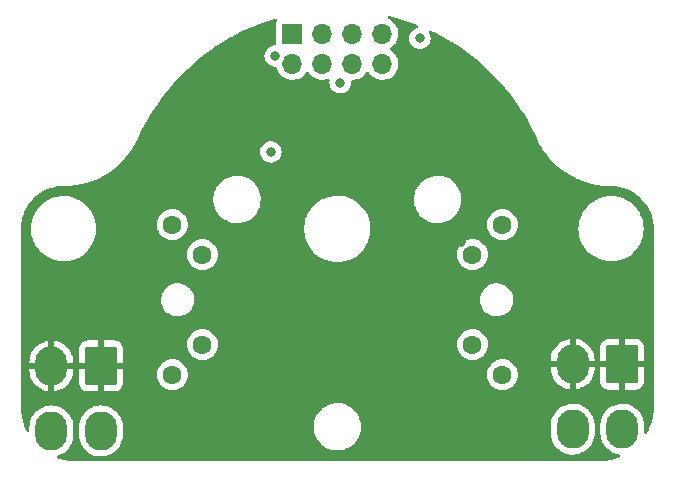
<source format=gbr>
%TF.GenerationSoftware,KiCad,Pcbnew,(6.0.9)*%
%TF.CreationDate,2023-01-27T20:10:08-09:00*%
%TF.ProjectId,GAUGE_Dual Needle Instruments,47415547-455f-4447-9561-6c204e656564,rev?*%
%TF.SameCoordinates,Original*%
%TF.FileFunction,Copper,L2,Inr*%
%TF.FilePolarity,Positive*%
%FSLAX46Y46*%
G04 Gerber Fmt 4.6, Leading zero omitted, Abs format (unit mm)*
G04 Created by KiCad (PCBNEW (6.0.9)) date 2023-01-27 20:10:08*
%MOMM*%
%LPD*%
G01*
G04 APERTURE LIST*
G04 Aperture macros list*
%AMRoundRect*
0 Rectangle with rounded corners*
0 $1 Rounding radius*
0 $2 $3 $4 $5 $6 $7 $8 $9 X,Y pos of 4 corners*
0 Add a 4 corners polygon primitive as box body*
4,1,4,$2,$3,$4,$5,$6,$7,$8,$9,$2,$3,0*
0 Add four circle primitives for the rounded corners*
1,1,$1+$1,$2,$3*
1,1,$1+$1,$4,$5*
1,1,$1+$1,$6,$7*
1,1,$1+$1,$8,$9*
0 Add four rect primitives between the rounded corners*
20,1,$1+$1,$2,$3,$4,$5,0*
20,1,$1+$1,$4,$5,$6,$7,0*
20,1,$1+$1,$6,$7,$8,$9,0*
20,1,$1+$1,$8,$9,$2,$3,0*%
G04 Aperture macros list end*
%TA.AperFunction,ComponentPad*%
%ADD10RoundRect,0.250001X1.099999X1.399999X-1.099999X1.399999X-1.099999X-1.399999X1.099999X-1.399999X0*%
%TD*%
%TA.AperFunction,ComponentPad*%
%ADD11O,2.700000X3.300000*%
%TD*%
%TA.AperFunction,ComponentPad*%
%ADD12C,1.600000*%
%TD*%
%TA.AperFunction,ComponentPad*%
%ADD13O,1.700000X1.700000*%
%TD*%
%TA.AperFunction,ComponentPad*%
%ADD14R,1.700000X1.700000*%
%TD*%
%TA.AperFunction,ViaPad*%
%ADD15C,0.800000*%
%TD*%
G04 APERTURE END LIST*
D10*
%TO.N,/LED+5V*%
%TO.C,J3*%
X206322000Y-130210000D03*
D11*
X202122000Y-130210000D03*
%TO.N,/LEDGND*%
X206322000Y-135710000D03*
%TO.N,/DOUT*%
X202122000Y-135710000D03*
%TD*%
D10*
%TO.N,/LED+5V*%
%TO.C,J1*%
X162189000Y-130363000D03*
D11*
X157989000Y-130363000D03*
%TO.N,/LEDGND*%
X162189000Y-135863000D03*
%TO.N,/DIN*%
X157989000Y-135863000D03*
%TD*%
D12*
%TO.N,/COIL8*%
%TO.C,M1*%
X193630576Y-128559417D03*
%TO.N,/COIL7*%
X193630576Y-120939417D03*
%TO.N,/COIL6*%
X170770576Y-128559417D03*
%TO.N,/COIL5*%
X170770576Y-120939417D03*
%TO.N,/COIL4*%
X196170576Y-131099417D03*
%TO.N,/COIL3*%
X196170576Y-118399417D03*
%TO.N,/COIL2*%
X168230576Y-131099417D03*
%TO.N,/COIL1*%
X168222000Y-118393000D03*
%TD*%
D13*
%TO.N,/COIL7*%
%TO.C,J2*%
X186002000Y-104773000D03*
%TO.N,/COIL3*%
X186002000Y-102233000D03*
%TO.N,/COIL8*%
X183462000Y-104773000D03*
%TO.N,/COIL4*%
X183462000Y-102233000D03*
%TO.N,/COIL6*%
X180922000Y-104773000D03*
%TO.N,/COIL2*%
X180922000Y-102233000D03*
%TO.N,/COIL5*%
X178382000Y-104773000D03*
D14*
%TO.N,/COIL1*%
X178382000Y-102233000D03*
%TD*%
D15*
%TO.N,/LED+5V*%
X183464500Y-115398900D03*
X178173600Y-119173900D03*
X175811900Y-120099700D03*
X174479400Y-106750800D03*
X173088400Y-125141900D03*
X189182000Y-134353100D03*
X183239400Y-109195500D03*
X179755200Y-133598200D03*
X199191900Y-121272300D03*
X197073800Y-116479600D03*
X187419300Y-119418700D03*
X175384500Y-134170600D03*
X171225800Y-109265400D03*
X188690300Y-106874000D03*
X180905000Y-109195500D03*
X177319400Y-109195500D03*
X171216700Y-112197000D03*
X175871500Y-110045100D03*
X186649200Y-109233300D03*
X197004500Y-110433000D03*
X188390100Y-113644100D03*
X171908800Y-118294100D03*
X164574500Y-117330600D03*
X192635600Y-119896200D03*
X193448600Y-126799000D03*
X187607000Y-126418900D03*
X175211000Y-127661400D03*
X179656000Y-127661400D03*
X184101000Y-127661400D03*
X168934165Y-121858000D03*
X176346260Y-116206257D03*
X192344100Y-110332800D03*
%TO.N,/LEDGND*%
X176939341Y-104113176D03*
X182439341Y-106363176D03*
X176563082Y-112236917D03*
X189189341Y-102613176D03*
%TD*%
%TA.AperFunction,Conductor*%
%TO.N,/LED+5V*%
G36*
X186602807Y-100737706D02*
G01*
X187171238Y-100884029D01*
X187221429Y-100896949D01*
X187226985Y-100898516D01*
X187452637Y-100967768D01*
X188033740Y-101146108D01*
X188039187Y-101147917D01*
X188759432Y-101405617D01*
X188833757Y-101432210D01*
X188839141Y-101434277D01*
X188839871Y-101434576D01*
X188982535Y-101493124D01*
X189037962Y-101537491D01*
X189060602Y-101604781D01*
X189043269Y-101673630D01*
X188991466Y-101722177D01*
X188960896Y-101732936D01*
X188913517Y-101743007D01*
X188913508Y-101743010D01*
X188907053Y-101744382D01*
X188901023Y-101747067D01*
X188901022Y-101747067D01*
X188738619Y-101819373D01*
X188738617Y-101819374D01*
X188732589Y-101822058D01*
X188578088Y-101934310D01*
X188573667Y-101939220D01*
X188573666Y-101939221D01*
X188481187Y-102041930D01*
X188450301Y-102076232D01*
X188354814Y-102241620D01*
X188295799Y-102423248D01*
X188295109Y-102429809D01*
X188295109Y-102429811D01*
X188286617Y-102510612D01*
X188275837Y-102613176D01*
X188276527Y-102619741D01*
X188288101Y-102729857D01*
X188295799Y-102803104D01*
X188354814Y-102984732D01*
X188450301Y-103150120D01*
X188578088Y-103292042D01*
X188639817Y-103336891D01*
X188720681Y-103395642D01*
X188732589Y-103404294D01*
X188738617Y-103406978D01*
X188738619Y-103406979D01*
X188901022Y-103479285D01*
X188907053Y-103481970D01*
X189000453Y-103501823D01*
X189087397Y-103520304D01*
X189087402Y-103520304D01*
X189093854Y-103521676D01*
X189284828Y-103521676D01*
X189291280Y-103520304D01*
X189291285Y-103520304D01*
X189378228Y-103501823D01*
X189471629Y-103481970D01*
X189477660Y-103479285D01*
X189640063Y-103406979D01*
X189640065Y-103406978D01*
X189646093Y-103404294D01*
X189658002Y-103395642D01*
X189738865Y-103336891D01*
X189800594Y-103292042D01*
X189928381Y-103150120D01*
X190023868Y-102984732D01*
X190082883Y-102803104D01*
X190090582Y-102729857D01*
X190102155Y-102619741D01*
X190102845Y-102613176D01*
X190092065Y-102510612D01*
X190083573Y-102429811D01*
X190083573Y-102429809D01*
X190082883Y-102423248D01*
X190023868Y-102241620D01*
X189987147Y-102178017D01*
X189970409Y-102109021D01*
X189993630Y-102041930D01*
X190049437Y-101998043D01*
X190120112Y-101991294D01*
X190149393Y-102000765D01*
X190390321Y-102112797D01*
X190395500Y-102115351D01*
X191143587Y-102505848D01*
X191148641Y-102508635D01*
X191809065Y-102892857D01*
X191878063Y-102932999D01*
X191882986Y-102936017D01*
X192592210Y-103393359D01*
X192596989Y-103396598D01*
X193284490Y-103885931D01*
X193289116Y-103889386D01*
X193953484Y-104409706D01*
X193957947Y-104413369D01*
X194597795Y-104963593D01*
X194602085Y-104967457D01*
X195216045Y-105546407D01*
X195220154Y-105550464D01*
X195806934Y-106156920D01*
X195810853Y-106161160D01*
X196369261Y-106793892D01*
X196372981Y-106798308D01*
X196901781Y-107455915D01*
X196905296Y-107460496D01*
X197403447Y-108141682D01*
X197406747Y-108146419D01*
X197873155Y-108849692D01*
X197876235Y-108854576D01*
X198309935Y-109578478D01*
X198312788Y-109583498D01*
X198712858Y-110326487D01*
X198715473Y-110331620D01*
X198894873Y-110704804D01*
X199060878Y-111050125D01*
X199069131Y-111072506D01*
X199072558Y-111085465D01*
X199074971Y-111090971D01*
X199075043Y-111091232D01*
X199075186Y-111091462D01*
X199077596Y-111096963D01*
X199080215Y-111101072D01*
X199082509Y-111105371D01*
X199082468Y-111105393D01*
X199085156Y-111110153D01*
X199295811Y-111534298D01*
X199296821Y-111536331D01*
X199297972Y-111538284D01*
X199297973Y-111538286D01*
X199487352Y-111859638D01*
X199546103Y-111959332D01*
X199547373Y-111961172D01*
X199547378Y-111961180D01*
X199733148Y-112230352D01*
X199824991Y-112363428D01*
X199826386Y-112365168D01*
X199826396Y-112365182D01*
X200130645Y-112744788D01*
X200130653Y-112744798D01*
X200132057Y-112746549D01*
X200133590Y-112748203D01*
X200133591Y-112748205D01*
X200395310Y-113030720D01*
X200465730Y-113106736D01*
X200824301Y-113442144D01*
X200826043Y-113443554D01*
X200826051Y-113443561D01*
X200902238Y-113505230D01*
X201205935Y-113751056D01*
X201207767Y-113752333D01*
X201207777Y-113752341D01*
X201496696Y-113953806D01*
X201608679Y-114031893D01*
X201610621Y-114033050D01*
X201610627Y-114033054D01*
X202028529Y-114282058D01*
X202030471Y-114283215D01*
X202032481Y-114284225D01*
X202032493Y-114284232D01*
X202208691Y-114372805D01*
X202469153Y-114503737D01*
X202471228Y-114504600D01*
X202471234Y-114504603D01*
X202599882Y-114558123D01*
X202922479Y-114692330D01*
X203018606Y-114724472D01*
X203385977Y-114847310D01*
X203385983Y-114847312D01*
X203388128Y-114848029D01*
X203863718Y-114970036D01*
X203865917Y-114970435D01*
X203865930Y-114970438D01*
X204129991Y-115018370D01*
X204346814Y-115057728D01*
X204623982Y-115087781D01*
X204832708Y-115110414D01*
X204832717Y-115110415D01*
X204834943Y-115110656D01*
X205182815Y-115123340D01*
X205296096Y-115127471D01*
X205303391Y-115128216D01*
X205303411Y-115127994D01*
X205308265Y-115128433D01*
X205313055Y-115129242D01*
X205317908Y-115129305D01*
X205317912Y-115129305D01*
X205319360Y-115129323D01*
X205325607Y-115129404D01*
X205330419Y-115128718D01*
X205335283Y-115128405D01*
X205335298Y-115128635D01*
X205346731Y-115127896D01*
X205354191Y-115127987D01*
X205363060Y-115129368D01*
X205371963Y-115128204D01*
X205382412Y-115126838D01*
X205404929Y-115125926D01*
X205717880Y-115141303D01*
X205730178Y-115142515D01*
X206069244Y-115192813D01*
X206081358Y-115195222D01*
X206413871Y-115278515D01*
X206425703Y-115282105D01*
X206748435Y-115397583D01*
X206759858Y-115402315D01*
X207069709Y-115548865D01*
X207080614Y-115554693D01*
X207374622Y-115730916D01*
X207384903Y-115737786D01*
X207660226Y-115941981D01*
X207669778Y-115949821D01*
X207923760Y-116180019D01*
X207932503Y-116188762D01*
X208162688Y-116442733D01*
X208170532Y-116452291D01*
X208374718Y-116727604D01*
X208381588Y-116737885D01*
X208557809Y-117031892D01*
X208563638Y-117042797D01*
X208710196Y-117352667D01*
X208714927Y-117364091D01*
X208830398Y-117686808D01*
X208833988Y-117698640D01*
X208844659Y-117741238D01*
X208902596Y-117972530D01*
X208917279Y-118031148D01*
X208919689Y-118043267D01*
X208963520Y-118338737D01*
X208969987Y-118382334D01*
X208971199Y-118394637D01*
X208972894Y-118429149D01*
X208986216Y-118700292D01*
X208984868Y-118725859D01*
X208984530Y-118728027D01*
X208984530Y-118728035D01*
X208983149Y-118736903D01*
X208984313Y-118745804D01*
X208984313Y-118745808D01*
X208987276Y-118768462D01*
X208988340Y-118784800D01*
X208988340Y-133780462D01*
X208986840Y-133799848D01*
X208986109Y-133804545D01*
X208983149Y-133823552D01*
X208985824Y-133844012D01*
X208986768Y-133865835D01*
X208981608Y-133984002D01*
X208971182Y-134222763D01*
X208970224Y-134233713D01*
X208969862Y-134236465D01*
X208929027Y-134546625D01*
X208919602Y-134618208D01*
X208917694Y-134629029D01*
X208892026Y-134744807D01*
X208833754Y-135007649D01*
X208830909Y-135018266D01*
X208714295Y-135388116D01*
X208710536Y-135398446D01*
X208562121Y-135756748D01*
X208557475Y-135766709D01*
X208418263Y-136034132D01*
X208369067Y-136085320D01*
X208300005Y-136101785D01*
X208233006Y-136078298D01*
X208189341Y-136022317D01*
X208180500Y-135975952D01*
X208180500Y-135341488D01*
X208177385Y-135298547D01*
X208170823Y-135208116D01*
X208165953Y-135140996D01*
X208164969Y-135136538D01*
X208108791Y-134882088D01*
X208108790Y-134882084D01*
X208107806Y-134877628D01*
X208057485Y-134744807D01*
X208013868Y-134629682D01*
X208013867Y-134629679D01*
X208012250Y-134625412D01*
X207881286Y-134389632D01*
X207782470Y-134260152D01*
X207720429Y-134178859D01*
X207720428Y-134178858D01*
X207717657Y-134175227D01*
X207694627Y-134152713D01*
X207585523Y-134046057D01*
X207524792Y-133986688D01*
X207306730Y-133827966D01*
X207186466Y-133764692D01*
X207072079Y-133704510D01*
X207072073Y-133704507D01*
X207068039Y-133702385D01*
X207063734Y-133700865D01*
X207063730Y-133700863D01*
X206818033Y-133614098D01*
X206818032Y-133614098D01*
X206813720Y-133612575D01*
X206685968Y-133587395D01*
X206553572Y-133561300D01*
X206553566Y-133561299D01*
X206549100Y-133560419D01*
X206544547Y-133560192D01*
X206544544Y-133560192D01*
X206284292Y-133547236D01*
X206284286Y-133547236D01*
X206279723Y-133547009D01*
X206011231Y-133572625D01*
X206006797Y-133573710D01*
X206006791Y-133573711D01*
X205753688Y-133635645D01*
X205749250Y-133636731D01*
X205499267Y-133737985D01*
X205410065Y-133790215D01*
X205304312Y-133852136D01*
X205266518Y-133874265D01*
X205055881Y-134042716D01*
X204871766Y-134239809D01*
X204718032Y-134461416D01*
X204716001Y-134465499D01*
X204715999Y-134465502D01*
X204698712Y-134500250D01*
X204597899Y-134702894D01*
X204596478Y-134707228D01*
X204596477Y-134707231D01*
X204582862Y-134748765D01*
X204513882Y-134959186D01*
X204513102Y-134963677D01*
X204513102Y-134963678D01*
X204481525Y-135145547D01*
X204467743Y-135224921D01*
X204467552Y-135228758D01*
X204464078Y-135298547D01*
X204463500Y-135310149D01*
X204463500Y-136078512D01*
X204463665Y-136080780D01*
X204463665Y-136080792D01*
X204467182Y-136129259D01*
X204478047Y-136279004D01*
X204479031Y-136283459D01*
X204479031Y-136283462D01*
X204529786Y-136513347D01*
X204536194Y-136542372D01*
X204583972Y-136668480D01*
X204603944Y-136721194D01*
X204631750Y-136794588D01*
X204762714Y-137030368D01*
X204765486Y-137034000D01*
X204879608Y-137183535D01*
X204926343Y-137244773D01*
X204929609Y-137247966D01*
X204929611Y-137247968D01*
X204963126Y-137280731D01*
X205119208Y-137433312D01*
X205337270Y-137592034D01*
X205437031Y-137644521D01*
X205571921Y-137715490D01*
X205571927Y-137715493D01*
X205575961Y-137717615D01*
X205580266Y-137719135D01*
X205580270Y-137719137D01*
X205765549Y-137784566D01*
X205830280Y-137807425D01*
X205834761Y-137808308D01*
X205834764Y-137808309D01*
X205911237Y-137823382D01*
X206043710Y-137849492D01*
X206106676Y-137882289D01*
X206141916Y-137943922D01*
X206138240Y-138014823D01*
X206096815Y-138072482D01*
X206067564Y-138089521D01*
X206026362Y-138106588D01*
X205985453Y-138123533D01*
X205975137Y-138127288D01*
X205848717Y-138167149D01*
X205605270Y-138243908D01*
X205594653Y-138246753D01*
X205405347Y-138288722D01*
X205216037Y-138330693D01*
X205205220Y-138332600D01*
X204914764Y-138370841D01*
X204820721Y-138383223D01*
X204809771Y-138384181D01*
X204754754Y-138386584D01*
X204460326Y-138399441D01*
X204435453Y-138398061D01*
X204423112Y-138396140D01*
X204414211Y-138397304D01*
X204414207Y-138397304D01*
X204391553Y-138400267D01*
X204375215Y-138401331D01*
X160016205Y-138401331D01*
X159996820Y-138399831D01*
X159981987Y-138397521D01*
X159981983Y-138397521D01*
X159973114Y-138396140D01*
X159952656Y-138398815D01*
X159930830Y-138399759D01*
X159573894Y-138384178D01*
X159562949Y-138383220D01*
X159178448Y-138332603D01*
X159167628Y-138330696D01*
X159033665Y-138300997D01*
X158789014Y-138246761D01*
X158778397Y-138243917D01*
X158662001Y-138207219D01*
X158562772Y-138175933D01*
X158503819Y-138136373D01*
X158475612Y-138071220D01*
X158487106Y-138001160D01*
X158534654Y-137948437D01*
X158560263Y-137936633D01*
X158561750Y-137936269D01*
X158811733Y-137835015D01*
X159044482Y-137698735D01*
X159255119Y-137530284D01*
X159439234Y-137333191D01*
X159592968Y-137111584D01*
X159713101Y-136870106D01*
X159718615Y-136853287D01*
X159795698Y-136618147D01*
X159795699Y-136618141D01*
X159797118Y-136613814D01*
X159825226Y-136451930D01*
X159842601Y-136351860D01*
X159842602Y-136351852D01*
X159843257Y-136348079D01*
X159846696Y-136279004D01*
X159847422Y-136264422D01*
X159847422Y-136264414D01*
X159847500Y-136262851D01*
X159847500Y-136231512D01*
X160330500Y-136231512D01*
X160330665Y-136233780D01*
X160330665Y-136233792D01*
X160333946Y-136279004D01*
X160345047Y-136432004D01*
X160346031Y-136436459D01*
X160346031Y-136436462D01*
X160387673Y-136625071D01*
X160403194Y-136695372D01*
X160404812Y-136699642D01*
X160470944Y-136874194D01*
X160498750Y-136947588D01*
X160629714Y-137183368D01*
X160711528Y-137290570D01*
X160751036Y-137342337D01*
X160793343Y-137397773D01*
X160796609Y-137400966D01*
X160796611Y-137400968D01*
X160889775Y-137492042D01*
X160986208Y-137586312D01*
X161204270Y-137745034D01*
X161273685Y-137781555D01*
X161438921Y-137868490D01*
X161438927Y-137868493D01*
X161442961Y-137870615D01*
X161447266Y-137872135D01*
X161447270Y-137872137D01*
X161663333Y-137948437D01*
X161697280Y-137960425D01*
X161825032Y-137985605D01*
X161957428Y-138011700D01*
X161957434Y-138011701D01*
X161961900Y-138012581D01*
X161966453Y-138012808D01*
X161966456Y-138012808D01*
X162226708Y-138025764D01*
X162226714Y-138025764D01*
X162231277Y-138025991D01*
X162499769Y-138000375D01*
X162504203Y-137999290D01*
X162504209Y-137999289D01*
X162757312Y-137937355D01*
X162761750Y-137936269D01*
X163011733Y-137835015D01*
X163244482Y-137698735D01*
X163455119Y-137530284D01*
X163639234Y-137333191D01*
X163792968Y-137111584D01*
X163913101Y-136870106D01*
X163918615Y-136853287D01*
X163995698Y-136618147D01*
X163995699Y-136618141D01*
X163997118Y-136613814D01*
X164025226Y-136451930D01*
X164042601Y-136351860D01*
X164042602Y-136351852D01*
X164043257Y-136348079D01*
X164046696Y-136279004D01*
X164047422Y-136264422D01*
X164047422Y-136264414D01*
X164047500Y-136262851D01*
X164047500Y-135494488D01*
X164043020Y-135432733D01*
X180179822Y-135432733D01*
X180179975Y-135437121D01*
X180179975Y-135437127D01*
X180182059Y-135496779D01*
X180189625Y-135713458D01*
X180190387Y-135717781D01*
X180190388Y-135717788D01*
X180214164Y-135852624D01*
X180238402Y-135990087D01*
X180325203Y-136257235D01*
X180327131Y-136261188D01*
X180327133Y-136261193D01*
X180354902Y-136318127D01*
X180448340Y-136509702D01*
X180450795Y-136513341D01*
X180450798Y-136513347D01*
X180470376Y-136542372D01*
X180605415Y-136742576D01*
X180793371Y-136951322D01*
X181008550Y-137131879D01*
X181246764Y-137280731D01*
X181503375Y-137394982D01*
X181524251Y-137400968D01*
X181737414Y-137462091D01*
X181773390Y-137472407D01*
X181777740Y-137473018D01*
X181777743Y-137473019D01*
X181880690Y-137487487D01*
X182051552Y-137511500D01*
X182262146Y-137511500D01*
X182264332Y-137511347D01*
X182264336Y-137511347D01*
X182467827Y-137497118D01*
X182467832Y-137497117D01*
X182472212Y-137496811D01*
X182746970Y-137438409D01*
X182751099Y-137436906D01*
X182751103Y-137436905D01*
X183006781Y-137343846D01*
X183006785Y-137343844D01*
X183010926Y-137342337D01*
X183258942Y-137210464D01*
X183296237Y-137183368D01*
X183482629Y-137047947D01*
X183482632Y-137047944D01*
X183486192Y-137045358D01*
X183505850Y-137026375D01*
X183587436Y-136947588D01*
X183688252Y-136850231D01*
X183861188Y-136628882D01*
X183863384Y-136625078D01*
X183863389Y-136625071D01*
X183999435Y-136389431D01*
X184001636Y-136385619D01*
X184106862Y-136125176D01*
X184110683Y-136109851D01*
X184118497Y-136078512D01*
X200263500Y-136078512D01*
X200263665Y-136080780D01*
X200263665Y-136080792D01*
X200267182Y-136129259D01*
X200278047Y-136279004D01*
X200279031Y-136283459D01*
X200279031Y-136283462D01*
X200329786Y-136513347D01*
X200336194Y-136542372D01*
X200383972Y-136668480D01*
X200403944Y-136721194D01*
X200431750Y-136794588D01*
X200562714Y-137030368D01*
X200565486Y-137034000D01*
X200679608Y-137183535D01*
X200726343Y-137244773D01*
X200729609Y-137247966D01*
X200729611Y-137247968D01*
X200763126Y-137280731D01*
X200919208Y-137433312D01*
X201137270Y-137592034D01*
X201237031Y-137644521D01*
X201371921Y-137715490D01*
X201371927Y-137715493D01*
X201375961Y-137717615D01*
X201380266Y-137719135D01*
X201380270Y-137719137D01*
X201565549Y-137784566D01*
X201630280Y-137807425D01*
X201758032Y-137832605D01*
X201890428Y-137858700D01*
X201890434Y-137858701D01*
X201894900Y-137859581D01*
X201899453Y-137859808D01*
X201899456Y-137859808D01*
X202159708Y-137872764D01*
X202159714Y-137872764D01*
X202164277Y-137872991D01*
X202432769Y-137847375D01*
X202437203Y-137846290D01*
X202437209Y-137846289D01*
X202690312Y-137784355D01*
X202694750Y-137783269D01*
X202944733Y-137682015D01*
X203177482Y-137545735D01*
X203365989Y-137394982D01*
X203384553Y-137380136D01*
X203384555Y-137380135D01*
X203388119Y-137377284D01*
X203572234Y-137180191D01*
X203725968Y-136958584D01*
X203731439Y-136947588D01*
X203844067Y-136721194D01*
X203846101Y-136717106D01*
X203854688Y-136690912D01*
X203928698Y-136465147D01*
X203928699Y-136465141D01*
X203930118Y-136460814D01*
X203935120Y-136432004D01*
X203975601Y-136198860D01*
X203975602Y-136198852D01*
X203976257Y-136195079D01*
X203980500Y-136109851D01*
X203980500Y-135341488D01*
X203977385Y-135298547D01*
X203970823Y-135208116D01*
X203965953Y-135140996D01*
X203964969Y-135136538D01*
X203908791Y-134882088D01*
X203908790Y-134882084D01*
X203907806Y-134877628D01*
X203857485Y-134744807D01*
X203813868Y-134629682D01*
X203813867Y-134629679D01*
X203812250Y-134625412D01*
X203681286Y-134389632D01*
X203582470Y-134260152D01*
X203520429Y-134178859D01*
X203520428Y-134178858D01*
X203517657Y-134175227D01*
X203494627Y-134152713D01*
X203385523Y-134046057D01*
X203324792Y-133986688D01*
X203106730Y-133827966D01*
X202986466Y-133764692D01*
X202872079Y-133704510D01*
X202872073Y-133704507D01*
X202868039Y-133702385D01*
X202863734Y-133700865D01*
X202863730Y-133700863D01*
X202618033Y-133614098D01*
X202618032Y-133614098D01*
X202613720Y-133612575D01*
X202485968Y-133587395D01*
X202353572Y-133561300D01*
X202353566Y-133561299D01*
X202349100Y-133560419D01*
X202344547Y-133560192D01*
X202344544Y-133560192D01*
X202084292Y-133547236D01*
X202084286Y-133547236D01*
X202079723Y-133547009D01*
X201811231Y-133572625D01*
X201806797Y-133573710D01*
X201806791Y-133573711D01*
X201553688Y-133635645D01*
X201549250Y-133636731D01*
X201299267Y-133737985D01*
X201210065Y-133790215D01*
X201104312Y-133852136D01*
X201066518Y-133874265D01*
X200855881Y-134042716D01*
X200671766Y-134239809D01*
X200518032Y-134461416D01*
X200516001Y-134465499D01*
X200515999Y-134465502D01*
X200498712Y-134500250D01*
X200397899Y-134702894D01*
X200396478Y-134707228D01*
X200396477Y-134707231D01*
X200382862Y-134748765D01*
X200313882Y-134959186D01*
X200313102Y-134963677D01*
X200313102Y-134963678D01*
X200281525Y-135145547D01*
X200267743Y-135224921D01*
X200267552Y-135228758D01*
X200264078Y-135298547D01*
X200263500Y-135310149D01*
X200263500Y-136078512D01*
X184118497Y-136078512D01*
X184173753Y-135856893D01*
X184173754Y-135856888D01*
X184174817Y-135852624D01*
X184183847Y-135766715D01*
X184203719Y-135577636D01*
X184203719Y-135577633D01*
X184204178Y-135573267D01*
X184201427Y-135494488D01*
X184194529Y-135296939D01*
X184194528Y-135296933D01*
X184194375Y-135292542D01*
X184183129Y-135228758D01*
X184148979Y-135035088D01*
X184145598Y-135015913D01*
X184058797Y-134748765D01*
X184038540Y-134707231D01*
X184000403Y-134629040D01*
X183935660Y-134496298D01*
X183933205Y-134492659D01*
X183933202Y-134492653D01*
X183820140Y-134325032D01*
X183778585Y-134263424D01*
X183590629Y-134054678D01*
X183375450Y-133874121D01*
X183137236Y-133725269D01*
X182880625Y-133611018D01*
X182725992Y-133566678D01*
X182614837Y-133534805D01*
X182614836Y-133534805D01*
X182610610Y-133533593D01*
X182606260Y-133532982D01*
X182606257Y-133532981D01*
X182503310Y-133518513D01*
X182332448Y-133494500D01*
X182121854Y-133494500D01*
X182119668Y-133494653D01*
X182119664Y-133494653D01*
X181916173Y-133508882D01*
X181916168Y-133508883D01*
X181911788Y-133509189D01*
X181637030Y-133567591D01*
X181632901Y-133569094D01*
X181632897Y-133569095D01*
X181377219Y-133662154D01*
X181377215Y-133662156D01*
X181373074Y-133663663D01*
X181125058Y-133795536D01*
X181121499Y-133798122D01*
X181121497Y-133798123D01*
X180996041Y-133889272D01*
X180897808Y-133960642D01*
X180894644Y-133963698D01*
X180894641Y-133963700D01*
X180867528Y-133989883D01*
X180695748Y-134155769D01*
X180522812Y-134377118D01*
X180520616Y-134380922D01*
X180520611Y-134380929D01*
X180429349Y-134539000D01*
X180382364Y-134620381D01*
X180277138Y-134880824D01*
X180276073Y-134885097D01*
X180276072Y-134885099D01*
X180212270Y-135140996D01*
X180209183Y-135153376D01*
X180208724Y-135157744D01*
X180208723Y-135157749D01*
X180183423Y-135398471D01*
X180179822Y-135432733D01*
X164043020Y-135432733D01*
X164033283Y-135298547D01*
X164032953Y-135293996D01*
X164018550Y-135228758D01*
X163975791Y-135035088D01*
X163975790Y-135035084D01*
X163974806Y-135030628D01*
X163916840Y-134877628D01*
X163880868Y-134782682D01*
X163880867Y-134782679D01*
X163879250Y-134778412D01*
X163748286Y-134542632D01*
X163666471Y-134435429D01*
X163587429Y-134331859D01*
X163587428Y-134331858D01*
X163584657Y-134328227D01*
X163391792Y-134139688D01*
X163173730Y-133980966D01*
X163073969Y-133928479D01*
X162939079Y-133857510D01*
X162939073Y-133857507D01*
X162935039Y-133855385D01*
X162930734Y-133853865D01*
X162930730Y-133853863D01*
X162685033Y-133767098D01*
X162685032Y-133767098D01*
X162680720Y-133765575D01*
X162532048Y-133736272D01*
X162420572Y-133714300D01*
X162420566Y-133714299D01*
X162416100Y-133713419D01*
X162411547Y-133713192D01*
X162411544Y-133713192D01*
X162151292Y-133700236D01*
X162151286Y-133700236D01*
X162146723Y-133700009D01*
X161878231Y-133725625D01*
X161873797Y-133726710D01*
X161873791Y-133726711D01*
X161654129Y-133780462D01*
X161616250Y-133789731D01*
X161366267Y-133890985D01*
X161133518Y-134027265D01*
X161129951Y-134030118D01*
X160943960Y-134178859D01*
X160922881Y-134195716D01*
X160738766Y-134392809D01*
X160585032Y-134614416D01*
X160583001Y-134618499D01*
X160582999Y-134618502D01*
X160577437Y-134629682D01*
X160464899Y-134855894D01*
X160463478Y-134860228D01*
X160463477Y-134860231D01*
X160411025Y-135020236D01*
X160380882Y-135112186D01*
X160380102Y-135116677D01*
X160380102Y-135116678D01*
X160341069Y-135341488D01*
X160334743Y-135377921D01*
X160330500Y-135463149D01*
X160330500Y-136231512D01*
X159847500Y-136231512D01*
X159847500Y-135494488D01*
X159843020Y-135432733D01*
X159833283Y-135298547D01*
X159832953Y-135293996D01*
X159818550Y-135228758D01*
X159775791Y-135035088D01*
X159775790Y-135035084D01*
X159774806Y-135030628D01*
X159716840Y-134877628D01*
X159680868Y-134782682D01*
X159680867Y-134782679D01*
X159679250Y-134778412D01*
X159548286Y-134542632D01*
X159466471Y-134435429D01*
X159387429Y-134331859D01*
X159387428Y-134331858D01*
X159384657Y-134328227D01*
X159191792Y-134139688D01*
X158973730Y-133980966D01*
X158873969Y-133928479D01*
X158739079Y-133857510D01*
X158739073Y-133857507D01*
X158735039Y-133855385D01*
X158730734Y-133853865D01*
X158730730Y-133853863D01*
X158485033Y-133767098D01*
X158485032Y-133767098D01*
X158480720Y-133765575D01*
X158332048Y-133736272D01*
X158220572Y-133714300D01*
X158220566Y-133714299D01*
X158216100Y-133713419D01*
X158211547Y-133713192D01*
X158211544Y-133713192D01*
X157951292Y-133700236D01*
X157951286Y-133700236D01*
X157946723Y-133700009D01*
X157678231Y-133725625D01*
X157673797Y-133726710D01*
X157673791Y-133726711D01*
X157454129Y-133780462D01*
X157416250Y-133789731D01*
X157166267Y-133890985D01*
X156933518Y-134027265D01*
X156929951Y-134030118D01*
X156743960Y-134178859D01*
X156722881Y-134195716D01*
X156538766Y-134392809D01*
X156385032Y-134614416D01*
X156383001Y-134618499D01*
X156382999Y-134618502D01*
X156377437Y-134629682D01*
X156264899Y-134855894D01*
X156263478Y-134860228D01*
X156263477Y-134860231D01*
X156211025Y-135020236D01*
X156180882Y-135112186D01*
X156180102Y-135116677D01*
X156180102Y-135116678D01*
X156141069Y-135341488D01*
X156134743Y-135377921D01*
X156130500Y-135463149D01*
X156130500Y-135836470D01*
X156110498Y-135904591D01*
X156056842Y-135951084D01*
X155986568Y-135961188D01*
X155921988Y-135931694D01*
X155892737Y-135894651D01*
X155826137Y-135766715D01*
X155821492Y-135756753D01*
X155699874Y-135463149D01*
X155673082Y-135398468D01*
X155669323Y-135388141D01*
X155552702Y-135018272D01*
X155549857Y-135007655D01*
X155481384Y-134698806D01*
X155465916Y-134629033D01*
X155464008Y-134618215D01*
X155413386Y-134233717D01*
X155412428Y-134222767D01*
X155405088Y-134054678D01*
X155397182Y-133873640D01*
X155398563Y-133848758D01*
X155399152Y-133844979D01*
X155399152Y-133844973D01*
X155400533Y-133836104D01*
X155399369Y-133827203D01*
X155399369Y-133827199D01*
X155396406Y-133804545D01*
X155395342Y-133788207D01*
X155395342Y-130729206D01*
X156131000Y-130729206D01*
X156131165Y-130733777D01*
X156145213Y-130927380D01*
X156146527Y-130936389D01*
X156202689Y-131190769D01*
X156205292Y-131199499D01*
X156297586Y-131443107D01*
X156301421Y-131451368D01*
X156427915Y-131679101D01*
X156432905Y-131686726D01*
X156590946Y-131893809D01*
X156596986Y-131900636D01*
X156783264Y-132082735D01*
X156790226Y-132088618D01*
X157000843Y-132241922D01*
X157008573Y-132246733D01*
X157239122Y-132368031D01*
X157247472Y-132371678D01*
X157493099Y-132458419D01*
X157501894Y-132460825D01*
X157717225Y-132503267D01*
X157730137Y-132502088D01*
X157734939Y-132487174D01*
X158243000Y-132487174D01*
X158247251Y-132501651D01*
X158259512Y-132503714D01*
X158295133Y-132500315D01*
X158304125Y-132498795D01*
X158557158Y-132436878D01*
X158565827Y-132434078D01*
X158807282Y-132336278D01*
X158815455Y-132332256D01*
X159040253Y-132200632D01*
X159047765Y-132195469D01*
X159251213Y-132032769D01*
X159257896Y-132026580D01*
X159435733Y-131836206D01*
X159441443Y-131829129D01*
X159454647Y-131810096D01*
X160331000Y-131810096D01*
X160331337Y-131816611D01*
X160341256Y-131912203D01*
X160344150Y-131925602D01*
X160395588Y-132079783D01*
X160401762Y-132092962D01*
X160487063Y-132230807D01*
X160496099Y-132242208D01*
X160610830Y-132356739D01*
X160622241Y-132365751D01*
X160760245Y-132450818D01*
X160773423Y-132456962D01*
X160927716Y-132508139D01*
X160941081Y-132511005D01*
X161035439Y-132520672D01*
X161041855Y-132521000D01*
X161916885Y-132521000D01*
X161932124Y-132516525D01*
X161933329Y-132515135D01*
X161935000Y-132507452D01*
X161935000Y-132502885D01*
X162443000Y-132502885D01*
X162447475Y-132518124D01*
X162448865Y-132519329D01*
X162456548Y-132521000D01*
X163336096Y-132521000D01*
X163342611Y-132520663D01*
X163438203Y-132510744D01*
X163451602Y-132507850D01*
X163605783Y-132456412D01*
X163618962Y-132450238D01*
X163756807Y-132364937D01*
X163768208Y-132355901D01*
X163882739Y-132241170D01*
X163891751Y-132229759D01*
X163976818Y-132091755D01*
X163982962Y-132078577D01*
X164034139Y-131924284D01*
X164037005Y-131910919D01*
X164046672Y-131816561D01*
X164047000Y-131810145D01*
X164047000Y-131099417D01*
X166917078Y-131099417D01*
X166937033Y-131327504D01*
X166996292Y-131548660D01*
X166998615Y-131553641D01*
X166998615Y-131553642D01*
X167090727Y-131751179D01*
X167090730Y-131751184D01*
X167093053Y-131756166D01*
X167149098Y-131836206D01*
X167220904Y-131938755D01*
X167224378Y-131943717D01*
X167386276Y-132105615D01*
X167390784Y-132108772D01*
X167390787Y-132108774D01*
X167468965Y-132163515D01*
X167573827Y-132236940D01*
X167578809Y-132239263D01*
X167578814Y-132239266D01*
X167725841Y-132307825D01*
X167781333Y-132333701D01*
X167786641Y-132335123D01*
X167786643Y-132335124D01*
X167997174Y-132391536D01*
X167997176Y-132391536D01*
X168002489Y-132392960D01*
X168230576Y-132412915D01*
X168458663Y-132392960D01*
X168463976Y-132391536D01*
X168463978Y-132391536D01*
X168674509Y-132335124D01*
X168674511Y-132335123D01*
X168679819Y-132333701D01*
X168735311Y-132307825D01*
X168882338Y-132239266D01*
X168882343Y-132239263D01*
X168887325Y-132236940D01*
X168992187Y-132163515D01*
X169070365Y-132108774D01*
X169070368Y-132108772D01*
X169074876Y-132105615D01*
X169236774Y-131943717D01*
X169240249Y-131938755D01*
X169312054Y-131836206D01*
X169368099Y-131756166D01*
X169370422Y-131751184D01*
X169370425Y-131751179D01*
X169462537Y-131553642D01*
X169462537Y-131553641D01*
X169464860Y-131548660D01*
X169524119Y-131327504D01*
X169544074Y-131099417D01*
X194857078Y-131099417D01*
X194877033Y-131327504D01*
X194936292Y-131548660D01*
X194938615Y-131553641D01*
X194938615Y-131553642D01*
X195030727Y-131751179D01*
X195030730Y-131751184D01*
X195033053Y-131756166D01*
X195089098Y-131836206D01*
X195160904Y-131938755D01*
X195164378Y-131943717D01*
X195326276Y-132105615D01*
X195330784Y-132108772D01*
X195330787Y-132108774D01*
X195408965Y-132163515D01*
X195513827Y-132236940D01*
X195518809Y-132239263D01*
X195518814Y-132239266D01*
X195665841Y-132307825D01*
X195721333Y-132333701D01*
X195726641Y-132335123D01*
X195726643Y-132335124D01*
X195937174Y-132391536D01*
X195937176Y-132391536D01*
X195942489Y-132392960D01*
X196170576Y-132412915D01*
X196398663Y-132392960D01*
X196403976Y-132391536D01*
X196403978Y-132391536D01*
X196614509Y-132335124D01*
X196614511Y-132335123D01*
X196619819Y-132333701D01*
X196675311Y-132307825D01*
X196822338Y-132239266D01*
X196822343Y-132239263D01*
X196827325Y-132236940D01*
X196932187Y-132163515D01*
X197010365Y-132108774D01*
X197010368Y-132108772D01*
X197014876Y-132105615D01*
X197176774Y-131943717D01*
X197180249Y-131938755D01*
X197252054Y-131836206D01*
X197308099Y-131756166D01*
X197310422Y-131751184D01*
X197310425Y-131751179D01*
X197402537Y-131553642D01*
X197402537Y-131553641D01*
X197404860Y-131548660D01*
X197464119Y-131327504D01*
X197484074Y-131099417D01*
X197464119Y-130871330D01*
X197435469Y-130764408D01*
X197406283Y-130655484D01*
X197406282Y-130655482D01*
X197404860Y-130650174D01*
X197372500Y-130580777D01*
X197370369Y-130576206D01*
X200264000Y-130576206D01*
X200264165Y-130580777D01*
X200278213Y-130774380D01*
X200279527Y-130783389D01*
X200335689Y-131037769D01*
X200338292Y-131046499D01*
X200430586Y-131290107D01*
X200434421Y-131298368D01*
X200560915Y-131526101D01*
X200565905Y-131533726D01*
X200723946Y-131740809D01*
X200729986Y-131747636D01*
X200916264Y-131929735D01*
X200923226Y-131935618D01*
X201133843Y-132088922D01*
X201141573Y-132093733D01*
X201372122Y-132215031D01*
X201380472Y-132218678D01*
X201626099Y-132305419D01*
X201634894Y-132307825D01*
X201850225Y-132350267D01*
X201863137Y-132349088D01*
X201867939Y-132334174D01*
X202376000Y-132334174D01*
X202380251Y-132348651D01*
X202392512Y-132350714D01*
X202428133Y-132347315D01*
X202437125Y-132345795D01*
X202690158Y-132283878D01*
X202698827Y-132281078D01*
X202940282Y-132183278D01*
X202948455Y-132179256D01*
X203173253Y-132047632D01*
X203180765Y-132042469D01*
X203384213Y-131879769D01*
X203390896Y-131873580D01*
X203568733Y-131683206D01*
X203574443Y-131676129D01*
X203587647Y-131657096D01*
X204464000Y-131657096D01*
X204464337Y-131663611D01*
X204474256Y-131759203D01*
X204477150Y-131772602D01*
X204528588Y-131926783D01*
X204534762Y-131939962D01*
X204620063Y-132077807D01*
X204629099Y-132089208D01*
X204743830Y-132203739D01*
X204755241Y-132212751D01*
X204893245Y-132297818D01*
X204906423Y-132303962D01*
X205060716Y-132355139D01*
X205074081Y-132358005D01*
X205168439Y-132367672D01*
X205174855Y-132368000D01*
X206049885Y-132368000D01*
X206065124Y-132363525D01*
X206066329Y-132362135D01*
X206068000Y-132354452D01*
X206068000Y-132349885D01*
X206576000Y-132349885D01*
X206580475Y-132365124D01*
X206581865Y-132366329D01*
X206589548Y-132368000D01*
X207469096Y-132368000D01*
X207475611Y-132367663D01*
X207571203Y-132357744D01*
X207584602Y-132354850D01*
X207738783Y-132303412D01*
X207751962Y-132297238D01*
X207889807Y-132211937D01*
X207901208Y-132202901D01*
X208015739Y-132088170D01*
X208024751Y-132076759D01*
X208109818Y-131938755D01*
X208115962Y-131925577D01*
X208167139Y-131771284D01*
X208170005Y-131757919D01*
X208179672Y-131663561D01*
X208180000Y-131657145D01*
X208180000Y-130482115D01*
X208175525Y-130466876D01*
X208174135Y-130465671D01*
X208166452Y-130464000D01*
X206594115Y-130464000D01*
X206578876Y-130468475D01*
X206577671Y-130469865D01*
X206576000Y-130477548D01*
X206576000Y-132349885D01*
X206068000Y-132349885D01*
X206068000Y-130482115D01*
X206063525Y-130466876D01*
X206062135Y-130465671D01*
X206054452Y-130464000D01*
X204482115Y-130464000D01*
X204466876Y-130468475D01*
X204465671Y-130469865D01*
X204464000Y-130477548D01*
X204464000Y-131657096D01*
X203587647Y-131657096D01*
X203722934Y-131462082D01*
X203727571Y-131454241D01*
X203843604Y-131221003D01*
X203847060Y-131212578D01*
X203928212Y-130965026D01*
X203930412Y-130956201D01*
X203975103Y-130698811D01*
X203975950Y-130691193D01*
X203979922Y-130611408D01*
X203980000Y-130608267D01*
X203980000Y-130482115D01*
X203975525Y-130466876D01*
X203974135Y-130465671D01*
X203966452Y-130464000D01*
X202394115Y-130464000D01*
X202378876Y-130468475D01*
X202377671Y-130469865D01*
X202376000Y-130477548D01*
X202376000Y-132334174D01*
X201867939Y-132334174D01*
X201868000Y-132333985D01*
X201868000Y-130482115D01*
X201863525Y-130466876D01*
X201862135Y-130465671D01*
X201854452Y-130464000D01*
X200282115Y-130464000D01*
X200266876Y-130468475D01*
X200265671Y-130469865D01*
X200264000Y-130477548D01*
X200264000Y-130576206D01*
X197370369Y-130576206D01*
X197310425Y-130447655D01*
X197310422Y-130447650D01*
X197308099Y-130442668D01*
X197176774Y-130255117D01*
X197014876Y-130093219D01*
X197010368Y-130090062D01*
X197010365Y-130090060D01*
X196870639Y-129992223D01*
X196827325Y-129961894D01*
X196822343Y-129959571D01*
X196822338Y-129959568D01*
X196775838Y-129937885D01*
X200264000Y-129937885D01*
X200268475Y-129953124D01*
X200269865Y-129954329D01*
X200277548Y-129956000D01*
X201849885Y-129956000D01*
X201865124Y-129951525D01*
X201866329Y-129950135D01*
X201868000Y-129942452D01*
X201868000Y-129937885D01*
X202376000Y-129937885D01*
X202380475Y-129953124D01*
X202381865Y-129954329D01*
X202389548Y-129956000D01*
X203961885Y-129956000D01*
X203977124Y-129951525D01*
X203978329Y-129950135D01*
X203980000Y-129942452D01*
X203980000Y-129937885D01*
X204464000Y-129937885D01*
X204468475Y-129953124D01*
X204469865Y-129954329D01*
X204477548Y-129956000D01*
X206049885Y-129956000D01*
X206065124Y-129951525D01*
X206066329Y-129950135D01*
X206068000Y-129942452D01*
X206068000Y-129937885D01*
X206576000Y-129937885D01*
X206580475Y-129953124D01*
X206581865Y-129954329D01*
X206589548Y-129956000D01*
X208161885Y-129956000D01*
X208177124Y-129951525D01*
X208178329Y-129950135D01*
X208180000Y-129942452D01*
X208180000Y-128762904D01*
X208179663Y-128756389D01*
X208169744Y-128660797D01*
X208166850Y-128647398D01*
X208115412Y-128493217D01*
X208109238Y-128480038D01*
X208023937Y-128342193D01*
X208014901Y-128330792D01*
X207900170Y-128216261D01*
X207888759Y-128207249D01*
X207750755Y-128122182D01*
X207737577Y-128116038D01*
X207583284Y-128064861D01*
X207569919Y-128061995D01*
X207475561Y-128052328D01*
X207469144Y-128052000D01*
X206594115Y-128052000D01*
X206578876Y-128056475D01*
X206577671Y-128057865D01*
X206576000Y-128065548D01*
X206576000Y-129937885D01*
X206068000Y-129937885D01*
X206068000Y-128070115D01*
X206063525Y-128054876D01*
X206062135Y-128053671D01*
X206054452Y-128052000D01*
X205174904Y-128052000D01*
X205168389Y-128052337D01*
X205072797Y-128062256D01*
X205059398Y-128065150D01*
X204905217Y-128116588D01*
X204892038Y-128122762D01*
X204754193Y-128208063D01*
X204742792Y-128217099D01*
X204628261Y-128331830D01*
X204619249Y-128343241D01*
X204534182Y-128481245D01*
X204528038Y-128494423D01*
X204476861Y-128648716D01*
X204473995Y-128662081D01*
X204464328Y-128756439D01*
X204464000Y-128762856D01*
X204464000Y-129937885D01*
X203980000Y-129937885D01*
X203980000Y-129843794D01*
X203979835Y-129839223D01*
X203965787Y-129645620D01*
X203964473Y-129636611D01*
X203908311Y-129382231D01*
X203905708Y-129373501D01*
X203813414Y-129129893D01*
X203809579Y-129121632D01*
X203683085Y-128893899D01*
X203678095Y-128886274D01*
X203520054Y-128679191D01*
X203514014Y-128672364D01*
X203327736Y-128490265D01*
X203320774Y-128484382D01*
X203110157Y-128331078D01*
X203102427Y-128326267D01*
X202871878Y-128204969D01*
X202863528Y-128201322D01*
X202617901Y-128114581D01*
X202609106Y-128112175D01*
X202393775Y-128069733D01*
X202380863Y-128070912D01*
X202376000Y-128086015D01*
X202376000Y-129937885D01*
X201868000Y-129937885D01*
X201868000Y-128085826D01*
X201863749Y-128071349D01*
X201851488Y-128069286D01*
X201815867Y-128072685D01*
X201806875Y-128074205D01*
X201553842Y-128136122D01*
X201545173Y-128138922D01*
X201303718Y-128236722D01*
X201295545Y-128240744D01*
X201070747Y-128372368D01*
X201063235Y-128377531D01*
X200859787Y-128540231D01*
X200853104Y-128546420D01*
X200675267Y-128736794D01*
X200669557Y-128743871D01*
X200521066Y-128957918D01*
X200516429Y-128965759D01*
X200400396Y-129198997D01*
X200396940Y-129207422D01*
X200315788Y-129454974D01*
X200313588Y-129463799D01*
X200268897Y-129721189D01*
X200268050Y-129728807D01*
X200264078Y-129808592D01*
X200264000Y-129811733D01*
X200264000Y-129937885D01*
X196775838Y-129937885D01*
X196624801Y-129867456D01*
X196624800Y-129867456D01*
X196619819Y-129865133D01*
X196614511Y-129863711D01*
X196614509Y-129863710D01*
X196403978Y-129807298D01*
X196403976Y-129807298D01*
X196398663Y-129805874D01*
X196170576Y-129785919D01*
X195942489Y-129805874D01*
X195937176Y-129807298D01*
X195937174Y-129807298D01*
X195726643Y-129863710D01*
X195726641Y-129863711D01*
X195721333Y-129865133D01*
X195716352Y-129867456D01*
X195716351Y-129867456D01*
X195518814Y-129959568D01*
X195518809Y-129959571D01*
X195513827Y-129961894D01*
X195470513Y-129992223D01*
X195330787Y-130090060D01*
X195330784Y-130090062D01*
X195326276Y-130093219D01*
X195164378Y-130255117D01*
X195033053Y-130442668D01*
X195030730Y-130447650D01*
X195030727Y-130447655D01*
X194968652Y-130580777D01*
X194936292Y-130650174D01*
X194934870Y-130655482D01*
X194934869Y-130655484D01*
X194905683Y-130764408D01*
X194877033Y-130871330D01*
X194857078Y-131099417D01*
X169544074Y-131099417D01*
X169524119Y-130871330D01*
X169495469Y-130764408D01*
X169466283Y-130655484D01*
X169466282Y-130655482D01*
X169464860Y-130650174D01*
X169432500Y-130580777D01*
X169370425Y-130447655D01*
X169370422Y-130447650D01*
X169368099Y-130442668D01*
X169236774Y-130255117D01*
X169074876Y-130093219D01*
X169070368Y-130090062D01*
X169070365Y-130090060D01*
X168930639Y-129992223D01*
X168887325Y-129961894D01*
X168882343Y-129959571D01*
X168882338Y-129959568D01*
X168684801Y-129867456D01*
X168684800Y-129867456D01*
X168679819Y-129865133D01*
X168674511Y-129863711D01*
X168674509Y-129863710D01*
X168463978Y-129807298D01*
X168463976Y-129807298D01*
X168458663Y-129805874D01*
X168230576Y-129785919D01*
X168002489Y-129805874D01*
X167997176Y-129807298D01*
X167997174Y-129807298D01*
X167786643Y-129863710D01*
X167786641Y-129863711D01*
X167781333Y-129865133D01*
X167776352Y-129867456D01*
X167776351Y-129867456D01*
X167578814Y-129959568D01*
X167578809Y-129959571D01*
X167573827Y-129961894D01*
X167530513Y-129992223D01*
X167390787Y-130090060D01*
X167390784Y-130090062D01*
X167386276Y-130093219D01*
X167224378Y-130255117D01*
X167093053Y-130442668D01*
X167090730Y-130447650D01*
X167090727Y-130447655D01*
X167028652Y-130580777D01*
X166996292Y-130650174D01*
X166994870Y-130655482D01*
X166994869Y-130655484D01*
X166965683Y-130764408D01*
X166937033Y-130871330D01*
X166917078Y-131099417D01*
X164047000Y-131099417D01*
X164047000Y-130635115D01*
X164042525Y-130619876D01*
X164041135Y-130618671D01*
X164033452Y-130617000D01*
X162461115Y-130617000D01*
X162445876Y-130621475D01*
X162444671Y-130622865D01*
X162443000Y-130630548D01*
X162443000Y-132502885D01*
X161935000Y-132502885D01*
X161935000Y-130635115D01*
X161930525Y-130619876D01*
X161929135Y-130618671D01*
X161921452Y-130617000D01*
X160349115Y-130617000D01*
X160333876Y-130621475D01*
X160332671Y-130622865D01*
X160331000Y-130630548D01*
X160331000Y-131810096D01*
X159454647Y-131810096D01*
X159589934Y-131615082D01*
X159594571Y-131607241D01*
X159710604Y-131374003D01*
X159714060Y-131365578D01*
X159795212Y-131118026D01*
X159797412Y-131109201D01*
X159842103Y-130851811D01*
X159842950Y-130844193D01*
X159846922Y-130764408D01*
X159847000Y-130761267D01*
X159847000Y-130635115D01*
X159842525Y-130619876D01*
X159841135Y-130618671D01*
X159833452Y-130617000D01*
X158261115Y-130617000D01*
X158245876Y-130621475D01*
X158244671Y-130622865D01*
X158243000Y-130630548D01*
X158243000Y-132487174D01*
X157734939Y-132487174D01*
X157735000Y-132486985D01*
X157735000Y-130635115D01*
X157730525Y-130619876D01*
X157729135Y-130618671D01*
X157721452Y-130617000D01*
X156149115Y-130617000D01*
X156133876Y-130621475D01*
X156132671Y-130622865D01*
X156131000Y-130630548D01*
X156131000Y-130729206D01*
X155395342Y-130729206D01*
X155395342Y-130090885D01*
X156131000Y-130090885D01*
X156135475Y-130106124D01*
X156136865Y-130107329D01*
X156144548Y-130109000D01*
X157716885Y-130109000D01*
X157732124Y-130104525D01*
X157733329Y-130103135D01*
X157735000Y-130095452D01*
X157735000Y-130090885D01*
X158243000Y-130090885D01*
X158247475Y-130106124D01*
X158248865Y-130107329D01*
X158256548Y-130109000D01*
X159828885Y-130109000D01*
X159844124Y-130104525D01*
X159845329Y-130103135D01*
X159847000Y-130095452D01*
X159847000Y-130090885D01*
X160331000Y-130090885D01*
X160335475Y-130106124D01*
X160336865Y-130107329D01*
X160344548Y-130109000D01*
X161916885Y-130109000D01*
X161932124Y-130104525D01*
X161933329Y-130103135D01*
X161935000Y-130095452D01*
X161935000Y-130090885D01*
X162443000Y-130090885D01*
X162447475Y-130106124D01*
X162448865Y-130107329D01*
X162456548Y-130109000D01*
X164028885Y-130109000D01*
X164044124Y-130104525D01*
X164045329Y-130103135D01*
X164047000Y-130095452D01*
X164047000Y-128915904D01*
X164046663Y-128909389D01*
X164036744Y-128813797D01*
X164033850Y-128800398D01*
X163982412Y-128646217D01*
X163976238Y-128633038D01*
X163930680Y-128559417D01*
X169457078Y-128559417D01*
X169477033Y-128787504D01*
X169478457Y-128792817D01*
X169478457Y-128792819D01*
X169524797Y-128965759D01*
X169536292Y-129008660D01*
X169538615Y-129013641D01*
X169538615Y-129013642D01*
X169630727Y-129211179D01*
X169630730Y-129211184D01*
X169633053Y-129216166D01*
X169764378Y-129403717D01*
X169926276Y-129565615D01*
X169930784Y-129568772D01*
X169930787Y-129568774D01*
X169986771Y-129607974D01*
X170113827Y-129696940D01*
X170118809Y-129699263D01*
X170118814Y-129699266D01*
X170312562Y-129789611D01*
X170321333Y-129793701D01*
X170326641Y-129795123D01*
X170326643Y-129795124D01*
X170537174Y-129851536D01*
X170537176Y-129851536D01*
X170542489Y-129852960D01*
X170770576Y-129872915D01*
X170998663Y-129852960D01*
X171003976Y-129851536D01*
X171003978Y-129851536D01*
X171214509Y-129795124D01*
X171214511Y-129795123D01*
X171219819Y-129793701D01*
X171228590Y-129789611D01*
X171422338Y-129699266D01*
X171422343Y-129699263D01*
X171427325Y-129696940D01*
X171554381Y-129607974D01*
X171610365Y-129568774D01*
X171610368Y-129568772D01*
X171614876Y-129565615D01*
X171776774Y-129403717D01*
X171908099Y-129216166D01*
X171910422Y-129211184D01*
X171910425Y-129211179D01*
X172002537Y-129013642D01*
X172002537Y-129013641D01*
X172004860Y-129008660D01*
X172016356Y-128965759D01*
X172062695Y-128792819D01*
X172062695Y-128792817D01*
X172064119Y-128787504D01*
X172084074Y-128559417D01*
X192317078Y-128559417D01*
X192337033Y-128787504D01*
X192338457Y-128792817D01*
X192338457Y-128792819D01*
X192384797Y-128965759D01*
X192396292Y-129008660D01*
X192398615Y-129013641D01*
X192398615Y-129013642D01*
X192490727Y-129211179D01*
X192490730Y-129211184D01*
X192493053Y-129216166D01*
X192624378Y-129403717D01*
X192786276Y-129565615D01*
X192790784Y-129568772D01*
X192790787Y-129568774D01*
X192846771Y-129607974D01*
X192973827Y-129696940D01*
X192978809Y-129699263D01*
X192978814Y-129699266D01*
X193172562Y-129789611D01*
X193181333Y-129793701D01*
X193186641Y-129795123D01*
X193186643Y-129795124D01*
X193397174Y-129851536D01*
X193397176Y-129851536D01*
X193402489Y-129852960D01*
X193630576Y-129872915D01*
X193858663Y-129852960D01*
X193863976Y-129851536D01*
X193863978Y-129851536D01*
X194074509Y-129795124D01*
X194074511Y-129795123D01*
X194079819Y-129793701D01*
X194088590Y-129789611D01*
X194282338Y-129699266D01*
X194282343Y-129699263D01*
X194287325Y-129696940D01*
X194414381Y-129607974D01*
X194470365Y-129568774D01*
X194470368Y-129568772D01*
X194474876Y-129565615D01*
X194636774Y-129403717D01*
X194768099Y-129216166D01*
X194770422Y-129211184D01*
X194770425Y-129211179D01*
X194862537Y-129013642D01*
X194862537Y-129013641D01*
X194864860Y-129008660D01*
X194876356Y-128965759D01*
X194922695Y-128792819D01*
X194922695Y-128792817D01*
X194924119Y-128787504D01*
X194944074Y-128559417D01*
X194924119Y-128331330D01*
X194912809Y-128289122D01*
X194866283Y-128115484D01*
X194866282Y-128115482D01*
X194864860Y-128110174D01*
X194853595Y-128086015D01*
X194770425Y-127907655D01*
X194770422Y-127907650D01*
X194768099Y-127902668D01*
X194636774Y-127715117D01*
X194474876Y-127553219D01*
X194470368Y-127550062D01*
X194470365Y-127550060D01*
X194392187Y-127495319D01*
X194287325Y-127421894D01*
X194282343Y-127419571D01*
X194282338Y-127419568D01*
X194084801Y-127327456D01*
X194084800Y-127327456D01*
X194079819Y-127325133D01*
X194074511Y-127323711D01*
X194074509Y-127323710D01*
X193863978Y-127267298D01*
X193863976Y-127267298D01*
X193858663Y-127265874D01*
X193630576Y-127245919D01*
X193402489Y-127265874D01*
X193397176Y-127267298D01*
X193397174Y-127267298D01*
X193186643Y-127323710D01*
X193186641Y-127323711D01*
X193181333Y-127325133D01*
X193176352Y-127327456D01*
X193176351Y-127327456D01*
X192978814Y-127419568D01*
X192978809Y-127419571D01*
X192973827Y-127421894D01*
X192868965Y-127495319D01*
X192790787Y-127550060D01*
X192790784Y-127550062D01*
X192786276Y-127553219D01*
X192624378Y-127715117D01*
X192493053Y-127902668D01*
X192490730Y-127907650D01*
X192490727Y-127907655D01*
X192407557Y-128086015D01*
X192396292Y-128110174D01*
X192394870Y-128115482D01*
X192394869Y-128115484D01*
X192348343Y-128289122D01*
X192337033Y-128331330D01*
X192317078Y-128559417D01*
X172084074Y-128559417D01*
X172064119Y-128331330D01*
X172052809Y-128289122D01*
X172006283Y-128115484D01*
X172006282Y-128115482D01*
X172004860Y-128110174D01*
X171993595Y-128086015D01*
X171910425Y-127907655D01*
X171910422Y-127907650D01*
X171908099Y-127902668D01*
X171776774Y-127715117D01*
X171614876Y-127553219D01*
X171610368Y-127550062D01*
X171610365Y-127550060D01*
X171532187Y-127495319D01*
X171427325Y-127421894D01*
X171422343Y-127419571D01*
X171422338Y-127419568D01*
X171224801Y-127327456D01*
X171224800Y-127327456D01*
X171219819Y-127325133D01*
X171214511Y-127323711D01*
X171214509Y-127323710D01*
X171003978Y-127267298D01*
X171003976Y-127267298D01*
X170998663Y-127265874D01*
X170770576Y-127245919D01*
X170542489Y-127265874D01*
X170537176Y-127267298D01*
X170537174Y-127267298D01*
X170326643Y-127323710D01*
X170326641Y-127323711D01*
X170321333Y-127325133D01*
X170316352Y-127327456D01*
X170316351Y-127327456D01*
X170118814Y-127419568D01*
X170118809Y-127419571D01*
X170113827Y-127421894D01*
X170008965Y-127495319D01*
X169930787Y-127550060D01*
X169930784Y-127550062D01*
X169926276Y-127553219D01*
X169764378Y-127715117D01*
X169633053Y-127902668D01*
X169630730Y-127907650D01*
X169630727Y-127907655D01*
X169547557Y-128086015D01*
X169536292Y-128110174D01*
X169534870Y-128115482D01*
X169534869Y-128115484D01*
X169488343Y-128289122D01*
X169477033Y-128331330D01*
X169457078Y-128559417D01*
X163930680Y-128559417D01*
X163890937Y-128495193D01*
X163881901Y-128483792D01*
X163767170Y-128369261D01*
X163755759Y-128360249D01*
X163617755Y-128275182D01*
X163604577Y-128269038D01*
X163450284Y-128217861D01*
X163436919Y-128214995D01*
X163342561Y-128205328D01*
X163336144Y-128205000D01*
X162461115Y-128205000D01*
X162445876Y-128209475D01*
X162444671Y-128210865D01*
X162443000Y-128218548D01*
X162443000Y-130090885D01*
X161935000Y-130090885D01*
X161935000Y-128223115D01*
X161930525Y-128207876D01*
X161929135Y-128206671D01*
X161921452Y-128205000D01*
X161041904Y-128205000D01*
X161035389Y-128205337D01*
X160939797Y-128215256D01*
X160926398Y-128218150D01*
X160772217Y-128269588D01*
X160759038Y-128275762D01*
X160621193Y-128361063D01*
X160609792Y-128370099D01*
X160495261Y-128484830D01*
X160486249Y-128496241D01*
X160401182Y-128634245D01*
X160395038Y-128647423D01*
X160343861Y-128801716D01*
X160340995Y-128815081D01*
X160331328Y-128909439D01*
X160331000Y-128915856D01*
X160331000Y-130090885D01*
X159847000Y-130090885D01*
X159847000Y-129996794D01*
X159846835Y-129992223D01*
X159832787Y-129798620D01*
X159831473Y-129789611D01*
X159775311Y-129535231D01*
X159772708Y-129526501D01*
X159680414Y-129282893D01*
X159676579Y-129274632D01*
X159550085Y-129046899D01*
X159545095Y-129039274D01*
X159387054Y-128832191D01*
X159381014Y-128825364D01*
X159194736Y-128643265D01*
X159187774Y-128637382D01*
X158977157Y-128484078D01*
X158969427Y-128479267D01*
X158738878Y-128357969D01*
X158730528Y-128354322D01*
X158484901Y-128267581D01*
X158476106Y-128265175D01*
X158260775Y-128222733D01*
X158247863Y-128223912D01*
X158243000Y-128239015D01*
X158243000Y-130090885D01*
X157735000Y-130090885D01*
X157735000Y-128238826D01*
X157730749Y-128224349D01*
X157718488Y-128222286D01*
X157682867Y-128225685D01*
X157673875Y-128227205D01*
X157420842Y-128289122D01*
X157412173Y-128291922D01*
X157170718Y-128389722D01*
X157162545Y-128393744D01*
X156937747Y-128525368D01*
X156930235Y-128530531D01*
X156726787Y-128693231D01*
X156720104Y-128699420D01*
X156542267Y-128889794D01*
X156536557Y-128896871D01*
X156388066Y-129110918D01*
X156383429Y-129118759D01*
X156267396Y-129351997D01*
X156263940Y-129360422D01*
X156182788Y-129607974D01*
X156180588Y-129616799D01*
X156135897Y-129874189D01*
X156135050Y-129881807D01*
X156131078Y-129961592D01*
X156131000Y-129964733D01*
X156131000Y-130090885D01*
X155395342Y-130090885D01*
X155395342Y-124686411D01*
X167279977Y-124686411D01*
X167288945Y-124925274D01*
X167338030Y-125159211D01*
X167425829Y-125381533D01*
X167549832Y-125585883D01*
X167553329Y-125589913D01*
X167643090Y-125693353D01*
X167706493Y-125766419D01*
X167710619Y-125769802D01*
X167710623Y-125769806D01*
X167809629Y-125850985D01*
X167891333Y-125917978D01*
X167895969Y-125920617D01*
X167895972Y-125920619D01*
X168009386Y-125985178D01*
X168099066Y-126036227D01*
X168323753Y-126117784D01*
X168329002Y-126118733D01*
X168329005Y-126118734D01*
X168554885Y-126159580D01*
X168554893Y-126159581D01*
X168558969Y-126160318D01*
X168577359Y-126161185D01*
X168582544Y-126161430D01*
X168582551Y-126161430D01*
X168584032Y-126161500D01*
X168752012Y-126161500D01*
X168930175Y-126146383D01*
X168935339Y-126145043D01*
X168935343Y-126145042D01*
X169156375Y-126087673D01*
X169156380Y-126087671D01*
X169161540Y-126086332D01*
X169278636Y-126033584D01*
X169374619Y-125990347D01*
X169374622Y-125990346D01*
X169379480Y-125988157D01*
X169577762Y-125854666D01*
X169750718Y-125689674D01*
X169893402Y-125497900D01*
X170001733Y-125284828D01*
X170042361Y-125153984D01*
X170071032Y-125061651D01*
X170071033Y-125061645D01*
X170072616Y-125056548D01*
X170104023Y-124819589D01*
X170099023Y-124686411D01*
X194279977Y-124686411D01*
X194288945Y-124925274D01*
X194338030Y-125159211D01*
X194425829Y-125381533D01*
X194549832Y-125585883D01*
X194553329Y-125589913D01*
X194643090Y-125693353D01*
X194706493Y-125766419D01*
X194710619Y-125769802D01*
X194710623Y-125769806D01*
X194809629Y-125850985D01*
X194891333Y-125917978D01*
X194895969Y-125920617D01*
X194895972Y-125920619D01*
X195009386Y-125985178D01*
X195099066Y-126036227D01*
X195323753Y-126117784D01*
X195329002Y-126118733D01*
X195329005Y-126118734D01*
X195554885Y-126159580D01*
X195554893Y-126159581D01*
X195558969Y-126160318D01*
X195577359Y-126161185D01*
X195582544Y-126161430D01*
X195582551Y-126161430D01*
X195584032Y-126161500D01*
X195752012Y-126161500D01*
X195930175Y-126146383D01*
X195935339Y-126145043D01*
X195935343Y-126145042D01*
X196156375Y-126087673D01*
X196156380Y-126087671D01*
X196161540Y-126086332D01*
X196278636Y-126033584D01*
X196374619Y-125990347D01*
X196374622Y-125990346D01*
X196379480Y-125988157D01*
X196577762Y-125854666D01*
X196750718Y-125689674D01*
X196893402Y-125497900D01*
X197001733Y-125284828D01*
X197042361Y-125153984D01*
X197071032Y-125061651D01*
X197071033Y-125061645D01*
X197072616Y-125056548D01*
X197104023Y-124819589D01*
X197095055Y-124580726D01*
X197045970Y-124346789D01*
X196958171Y-124124467D01*
X196834168Y-123920117D01*
X196744103Y-123816326D01*
X196681007Y-123743614D01*
X196681005Y-123743612D01*
X196677507Y-123739581D01*
X196673381Y-123736198D01*
X196673377Y-123736194D01*
X196496795Y-123591407D01*
X196492667Y-123588022D01*
X196488031Y-123585383D01*
X196488028Y-123585381D01*
X196289577Y-123472416D01*
X196284934Y-123469773D01*
X196060247Y-123388216D01*
X196054998Y-123387267D01*
X196054995Y-123387266D01*
X195829115Y-123346420D01*
X195829107Y-123346419D01*
X195825031Y-123345682D01*
X195806641Y-123344815D01*
X195801456Y-123344570D01*
X195801449Y-123344570D01*
X195799968Y-123344500D01*
X195631988Y-123344500D01*
X195453825Y-123359617D01*
X195448661Y-123360957D01*
X195448657Y-123360958D01*
X195227625Y-123418327D01*
X195227620Y-123418329D01*
X195222460Y-123419668D01*
X195217594Y-123421860D01*
X195009381Y-123515653D01*
X195009378Y-123515654D01*
X195004520Y-123517843D01*
X194806238Y-123651334D01*
X194633282Y-123816326D01*
X194490598Y-124008100D01*
X194382267Y-124221172D01*
X194346825Y-124335312D01*
X194312968Y-124444349D01*
X194312967Y-124444355D01*
X194311384Y-124449452D01*
X194279977Y-124686411D01*
X170099023Y-124686411D01*
X170095055Y-124580726D01*
X170045970Y-124346789D01*
X169958171Y-124124467D01*
X169834168Y-123920117D01*
X169744103Y-123816326D01*
X169681007Y-123743614D01*
X169681005Y-123743612D01*
X169677507Y-123739581D01*
X169673381Y-123736198D01*
X169673377Y-123736194D01*
X169496795Y-123591407D01*
X169492667Y-123588022D01*
X169488031Y-123585383D01*
X169488028Y-123585381D01*
X169289577Y-123472416D01*
X169284934Y-123469773D01*
X169060247Y-123388216D01*
X169054998Y-123387267D01*
X169054995Y-123387266D01*
X168829115Y-123346420D01*
X168829107Y-123346419D01*
X168825031Y-123345682D01*
X168806641Y-123344815D01*
X168801456Y-123344570D01*
X168801449Y-123344570D01*
X168799968Y-123344500D01*
X168631988Y-123344500D01*
X168453825Y-123359617D01*
X168448661Y-123360957D01*
X168448657Y-123360958D01*
X168227625Y-123418327D01*
X168227620Y-123418329D01*
X168222460Y-123419668D01*
X168217594Y-123421860D01*
X168009381Y-123515653D01*
X168009378Y-123515654D01*
X168004520Y-123517843D01*
X167806238Y-123651334D01*
X167633282Y-123816326D01*
X167490598Y-124008100D01*
X167382267Y-124221172D01*
X167346825Y-124335312D01*
X167312968Y-124444349D01*
X167312967Y-124444355D01*
X167311384Y-124449452D01*
X167279977Y-124686411D01*
X155395342Y-124686411D01*
X155395342Y-118792539D01*
X155396842Y-118773152D01*
X155399151Y-118758325D01*
X155399151Y-118758324D01*
X155400532Y-118749455D01*
X155398002Y-118730101D01*
X155397938Y-118728530D01*
X156250496Y-118728530D01*
X156250704Y-118732310D01*
X156250704Y-118732311D01*
X156251302Y-118743173D01*
X156268773Y-119060634D01*
X156269434Y-119064361D01*
X156269434Y-119064365D01*
X156301220Y-119243717D01*
X156326815Y-119388136D01*
X156327920Y-119391761D01*
X156327921Y-119391766D01*
X156330186Y-119399198D01*
X156423782Y-119706293D01*
X156425313Y-119709757D01*
X156425316Y-119709764D01*
X156467442Y-119805051D01*
X156558269Y-120010497D01*
X156560205Y-120013751D01*
X156560208Y-120013757D01*
X156611296Y-120099628D01*
X156728328Y-120296341D01*
X156931496Y-120559684D01*
X156934152Y-120562382D01*
X157086173Y-120716810D01*
X157164829Y-120796712D01*
X157424949Y-121003991D01*
X157708086Y-121178519D01*
X158010140Y-121317768D01*
X158013740Y-121318927D01*
X158013747Y-121318930D01*
X158323126Y-121418558D01*
X158323129Y-121418559D01*
X158326735Y-121419720D01*
X158330451Y-121420439D01*
X158330459Y-121420441D01*
X158649567Y-121482181D01*
X158649573Y-121482182D01*
X158653285Y-121482900D01*
X158657061Y-121483167D01*
X158657066Y-121483168D01*
X158757767Y-121490297D01*
X158915994Y-121501500D01*
X159097635Y-121501500D01*
X159099501Y-121501388D01*
X159099518Y-121501387D01*
X159342228Y-121486755D01*
X159342235Y-121486754D01*
X159346003Y-121486527D01*
X159530401Y-121452849D01*
X159669470Y-121427451D01*
X159669475Y-121427450D01*
X159673197Y-121426770D01*
X159676809Y-121425649D01*
X159676815Y-121425647D01*
X159896827Y-121357332D01*
X159990843Y-121328139D01*
X160294338Y-121192061D01*
X160435445Y-121107108D01*
X160576034Y-121022466D01*
X160576040Y-121022462D01*
X160579287Y-121020507D01*
X160582271Y-121018180D01*
X160582278Y-121018175D01*
X160683265Y-120939417D01*
X169457078Y-120939417D01*
X169477033Y-121167504D01*
X169478457Y-121172817D01*
X169478457Y-121172819D01*
X169502456Y-121262382D01*
X169536292Y-121388660D01*
X169538615Y-121393641D01*
X169538615Y-121393642D01*
X169630727Y-121591179D01*
X169630730Y-121591184D01*
X169633053Y-121596166D01*
X169764378Y-121783717D01*
X169926276Y-121945615D01*
X169930784Y-121948772D01*
X169930787Y-121948774D01*
X170008965Y-122003515D01*
X170113827Y-122076940D01*
X170118809Y-122079263D01*
X170118814Y-122079266D01*
X170316351Y-122171378D01*
X170321333Y-122173701D01*
X170326641Y-122175123D01*
X170326643Y-122175124D01*
X170537174Y-122231536D01*
X170537176Y-122231536D01*
X170542489Y-122232960D01*
X170770576Y-122252915D01*
X170998663Y-122232960D01*
X171003976Y-122231536D01*
X171003978Y-122231536D01*
X171214509Y-122175124D01*
X171214511Y-122175123D01*
X171219819Y-122173701D01*
X171224801Y-122171378D01*
X171422338Y-122079266D01*
X171422343Y-122079263D01*
X171427325Y-122076940D01*
X171532187Y-122003515D01*
X171610365Y-121948774D01*
X171610368Y-121948772D01*
X171614876Y-121945615D01*
X171776774Y-121783717D01*
X171908099Y-121596166D01*
X171910422Y-121591184D01*
X171910425Y-121591179D01*
X172002537Y-121393642D01*
X172002537Y-121393641D01*
X172004860Y-121388660D01*
X172038697Y-121262382D01*
X172062695Y-121172819D01*
X172062695Y-121172817D01*
X172064119Y-121167504D01*
X172084074Y-120939417D01*
X172064119Y-120711330D01*
X172053718Y-120672513D01*
X172006283Y-120495484D01*
X172006282Y-120495482D01*
X172004860Y-120490174D01*
X171989817Y-120457913D01*
X171910425Y-120287655D01*
X171910422Y-120287650D01*
X171908099Y-120282668D01*
X171813064Y-120146944D01*
X171779933Y-120099628D01*
X171779931Y-120099625D01*
X171776774Y-120095117D01*
X171614876Y-119933219D01*
X171610368Y-119930062D01*
X171610365Y-119930060D01*
X171504032Y-119855605D01*
X171427325Y-119801894D01*
X171422343Y-119799571D01*
X171422338Y-119799568D01*
X171224801Y-119707456D01*
X171224800Y-119707456D01*
X171219819Y-119705133D01*
X171214511Y-119703711D01*
X171214509Y-119703710D01*
X171003978Y-119647298D01*
X171003976Y-119647298D01*
X170998663Y-119645874D01*
X170770576Y-119625919D01*
X170542489Y-119645874D01*
X170537176Y-119647298D01*
X170537174Y-119647298D01*
X170326643Y-119703710D01*
X170326641Y-119703711D01*
X170321333Y-119705133D01*
X170316352Y-119707456D01*
X170316351Y-119707456D01*
X170118814Y-119799568D01*
X170118809Y-119799571D01*
X170113827Y-119801894D01*
X170037120Y-119855605D01*
X169930787Y-119930060D01*
X169930784Y-119930062D01*
X169926276Y-119933219D01*
X169764378Y-120095117D01*
X169761221Y-120099625D01*
X169761219Y-120099628D01*
X169728088Y-120146944D01*
X169633053Y-120282668D01*
X169630730Y-120287650D01*
X169630727Y-120287655D01*
X169551335Y-120457913D01*
X169536292Y-120490174D01*
X169534870Y-120495482D01*
X169534869Y-120495484D01*
X169487434Y-120672513D01*
X169477033Y-120711330D01*
X169457078Y-120939417D01*
X160683265Y-120939417D01*
X160838575Y-120818294D01*
X160838582Y-120818288D01*
X160841563Y-120815963D01*
X161077366Y-120581392D01*
X161283280Y-120320191D01*
X161456323Y-120036144D01*
X161541494Y-119848822D01*
X161592420Y-119736817D01*
X161592423Y-119736809D01*
X161593989Y-119733365D01*
X161694282Y-119416240D01*
X161755751Y-119089364D01*
X161777504Y-118757470D01*
X161775381Y-118718884D01*
X161759435Y-118429149D01*
X161759227Y-118425366D01*
X161755599Y-118404892D01*
X161753491Y-118393000D01*
X166908502Y-118393000D01*
X166928457Y-118621087D01*
X166929881Y-118626400D01*
X166929881Y-118626402D01*
X166958260Y-118732311D01*
X166987716Y-118842243D01*
X166990039Y-118847224D01*
X166990039Y-118847225D01*
X167082151Y-119044762D01*
X167082154Y-119044767D01*
X167084477Y-119049749D01*
X167109565Y-119085578D01*
X167205225Y-119222194D01*
X167215802Y-119237300D01*
X167377700Y-119399198D01*
X167382208Y-119402355D01*
X167382211Y-119402357D01*
X167402038Y-119416240D01*
X167565251Y-119530523D01*
X167570233Y-119532846D01*
X167570238Y-119532849D01*
X167767775Y-119624961D01*
X167772757Y-119627284D01*
X167778065Y-119628706D01*
X167778067Y-119628707D01*
X167988598Y-119685119D01*
X167988600Y-119685119D01*
X167993913Y-119686543D01*
X168222000Y-119706498D01*
X168450087Y-119686543D01*
X168455400Y-119685119D01*
X168455402Y-119685119D01*
X168665933Y-119628707D01*
X168665935Y-119628706D01*
X168671243Y-119627284D01*
X168676225Y-119624961D01*
X168873762Y-119532849D01*
X168873767Y-119532846D01*
X168878749Y-119530523D01*
X169041962Y-119416240D01*
X169061789Y-119402357D01*
X169061792Y-119402355D01*
X169066300Y-119399198D01*
X169228198Y-119237300D01*
X169238776Y-119222194D01*
X169334435Y-119085578D01*
X169359523Y-119049749D01*
X169361846Y-119044767D01*
X169361849Y-119044762D01*
X169453961Y-118847225D01*
X169453961Y-118847224D01*
X169456284Y-118842243D01*
X169485741Y-118732311D01*
X169514119Y-118626402D01*
X169514119Y-118626400D01*
X169515543Y-118621087D01*
X169516455Y-118610660D01*
X179382162Y-118610660D01*
X179384744Y-118939458D01*
X179385203Y-118943116D01*
X179385203Y-118943118D01*
X179420662Y-119225784D01*
X179425670Y-119265709D01*
X179426550Y-119269280D01*
X179426551Y-119269283D01*
X179491534Y-119532849D01*
X179504381Y-119584957D01*
X179505675Y-119588408D01*
X179505675Y-119588409D01*
X179552350Y-119712915D01*
X179619800Y-119892842D01*
X179770353Y-120185158D01*
X179953982Y-120457913D01*
X180168180Y-120707380D01*
X180410020Y-120930154D01*
X180591462Y-121061737D01*
X180645514Y-121100936D01*
X180676200Y-121123190D01*
X180963084Y-121283853D01*
X181178589Y-121373338D01*
X181263352Y-121408535D01*
X181263355Y-121408536D01*
X181266753Y-121409947D01*
X181270301Y-121410954D01*
X181270303Y-121410955D01*
X181579505Y-121498742D01*
X181579510Y-121498743D01*
X181583060Y-121499751D01*
X181907684Y-121552038D01*
X181911104Y-121552211D01*
X181911111Y-121552212D01*
X182092876Y-121561420D01*
X182092893Y-121561420D01*
X182094464Y-121561500D01*
X182276411Y-121561500D01*
X182520246Y-121547227D01*
X182523872Y-121546584D01*
X182523875Y-121546584D01*
X182840388Y-121490490D01*
X182840392Y-121490489D01*
X182844009Y-121489848D01*
X183109489Y-121409947D01*
X183155338Y-121396148D01*
X183155341Y-121396147D01*
X183158866Y-121395086D01*
X183162246Y-121393620D01*
X183162251Y-121393618D01*
X183457124Y-121265710D01*
X183457127Y-121265709D01*
X183460517Y-121264238D01*
X183744842Y-121099089D01*
X183747781Y-121096886D01*
X183747786Y-121096883D01*
X183957892Y-120939417D01*
X192317078Y-120939417D01*
X192337033Y-121167504D01*
X192338457Y-121172817D01*
X192338457Y-121172819D01*
X192362456Y-121262382D01*
X192396292Y-121388660D01*
X192398615Y-121393641D01*
X192398615Y-121393642D01*
X192490727Y-121591179D01*
X192490730Y-121591184D01*
X192493053Y-121596166D01*
X192624378Y-121783717D01*
X192786276Y-121945615D01*
X192790784Y-121948772D01*
X192790787Y-121948774D01*
X192868965Y-122003515D01*
X192973827Y-122076940D01*
X192978809Y-122079263D01*
X192978814Y-122079266D01*
X193176351Y-122171378D01*
X193181333Y-122173701D01*
X193186641Y-122175123D01*
X193186643Y-122175124D01*
X193397174Y-122231536D01*
X193397176Y-122231536D01*
X193402489Y-122232960D01*
X193630576Y-122252915D01*
X193858663Y-122232960D01*
X193863976Y-122231536D01*
X193863978Y-122231536D01*
X194074509Y-122175124D01*
X194074511Y-122175123D01*
X194079819Y-122173701D01*
X194084801Y-122171378D01*
X194282338Y-122079266D01*
X194282343Y-122079263D01*
X194287325Y-122076940D01*
X194392187Y-122003515D01*
X194470365Y-121948774D01*
X194470368Y-121948772D01*
X194474876Y-121945615D01*
X194636774Y-121783717D01*
X194768099Y-121596166D01*
X194770422Y-121591184D01*
X194770425Y-121591179D01*
X194862537Y-121393642D01*
X194862537Y-121393641D01*
X194864860Y-121388660D01*
X194898697Y-121262382D01*
X194922695Y-121172819D01*
X194922695Y-121172817D01*
X194924119Y-121167504D01*
X194944074Y-120939417D01*
X194924119Y-120711330D01*
X194913718Y-120672513D01*
X194866283Y-120495484D01*
X194866282Y-120495482D01*
X194864860Y-120490174D01*
X194849817Y-120457913D01*
X194770425Y-120287655D01*
X194770422Y-120287650D01*
X194768099Y-120282668D01*
X194673064Y-120146944D01*
X194639933Y-120099628D01*
X194639931Y-120099625D01*
X194636774Y-120095117D01*
X194474876Y-119933219D01*
X194470368Y-119930062D01*
X194470365Y-119930060D01*
X194364032Y-119855605D01*
X194287325Y-119801894D01*
X194282343Y-119799571D01*
X194282338Y-119799568D01*
X194084801Y-119707456D01*
X194084800Y-119707456D01*
X194079819Y-119705133D01*
X194074511Y-119703711D01*
X194074509Y-119703710D01*
X193863978Y-119647298D01*
X193863976Y-119647298D01*
X193858663Y-119645874D01*
X193630576Y-119625919D01*
X193402489Y-119645874D01*
X193397176Y-119647298D01*
X193397174Y-119647298D01*
X193186643Y-119703710D01*
X193186641Y-119703711D01*
X193181333Y-119705133D01*
X193176352Y-119707456D01*
X193176351Y-119707456D01*
X192978814Y-119799568D01*
X192978809Y-119799571D01*
X192973827Y-119801894D01*
X192897120Y-119855605D01*
X192790787Y-119930060D01*
X192790784Y-119930062D01*
X192786276Y-119933219D01*
X192624378Y-120095117D01*
X192621221Y-120099625D01*
X192621219Y-120099628D01*
X192588088Y-120146944D01*
X192493053Y-120282668D01*
X192490730Y-120287650D01*
X192490727Y-120287655D01*
X192411335Y-120457913D01*
X192396292Y-120490174D01*
X192394870Y-120495482D01*
X192394869Y-120495484D01*
X192347434Y-120672513D01*
X192337033Y-120711330D01*
X192317078Y-120939417D01*
X183957892Y-120939417D01*
X184005004Y-120904108D01*
X184007957Y-120901895D01*
X184246268Y-120675350D01*
X184456521Y-120422549D01*
X184635844Y-120146944D01*
X184781786Y-119852299D01*
X184833921Y-119706293D01*
X184891115Y-119546115D01*
X184891116Y-119546112D01*
X184892356Y-119542639D01*
X184961093Y-119243717D01*
X184965217Y-119225784D01*
X184965218Y-119225776D01*
X184966042Y-119222194D01*
X184980182Y-119093087D01*
X185001436Y-118899011D01*
X185001436Y-118899010D01*
X185001838Y-118895340D01*
X185000558Y-118732311D01*
X184999285Y-118570230D01*
X184999285Y-118570229D01*
X184999256Y-118566542D01*
X184982021Y-118429149D01*
X184978291Y-118399417D01*
X194857078Y-118399417D01*
X194877033Y-118627504D01*
X194878457Y-118632817D01*
X194878457Y-118632819D01*
X194934573Y-118842243D01*
X194936292Y-118848660D01*
X194938615Y-118853641D01*
X194938615Y-118853642D01*
X195030727Y-119051179D01*
X195030730Y-119051184D01*
X195033053Y-119056166D01*
X195106478Y-119161028D01*
X195159885Y-119237300D01*
X195164378Y-119243717D01*
X195326276Y-119405615D01*
X195330784Y-119408772D01*
X195330787Y-119408774D01*
X195408965Y-119463515D01*
X195513827Y-119536940D01*
X195518809Y-119539263D01*
X195518814Y-119539266D01*
X195710623Y-119628707D01*
X195721333Y-119633701D01*
X195726641Y-119635123D01*
X195726643Y-119635124D01*
X195937174Y-119691536D01*
X195937176Y-119691536D01*
X195942489Y-119692960D01*
X196170576Y-119712915D01*
X196398663Y-119692960D01*
X196403976Y-119691536D01*
X196403978Y-119691536D01*
X196614509Y-119635124D01*
X196614511Y-119635123D01*
X196619819Y-119633701D01*
X196630529Y-119628707D01*
X196822338Y-119539266D01*
X196822343Y-119539263D01*
X196827325Y-119536940D01*
X196932187Y-119463515D01*
X197010365Y-119408774D01*
X197010368Y-119408772D01*
X197014876Y-119405615D01*
X197176774Y-119243717D01*
X197181268Y-119237300D01*
X197234674Y-119161028D01*
X197308099Y-119056166D01*
X197310422Y-119051184D01*
X197310425Y-119051179D01*
X197402537Y-118853642D01*
X197402537Y-118853641D01*
X197404860Y-118848660D01*
X197406580Y-118842243D01*
X197437049Y-118728530D01*
X202605496Y-118728530D01*
X202605704Y-118732310D01*
X202605704Y-118732311D01*
X202606302Y-118743173D01*
X202623773Y-119060634D01*
X202624434Y-119064361D01*
X202624434Y-119064365D01*
X202656220Y-119243717D01*
X202681815Y-119388136D01*
X202682920Y-119391761D01*
X202682921Y-119391766D01*
X202685186Y-119399198D01*
X202778782Y-119706293D01*
X202780313Y-119709757D01*
X202780316Y-119709764D01*
X202822442Y-119805051D01*
X202913269Y-120010497D01*
X202915205Y-120013751D01*
X202915208Y-120013757D01*
X202966296Y-120099628D01*
X203083328Y-120296341D01*
X203286496Y-120559684D01*
X203289152Y-120562382D01*
X203441173Y-120716810D01*
X203519829Y-120796712D01*
X203779949Y-121003991D01*
X204063086Y-121178519D01*
X204365140Y-121317768D01*
X204368740Y-121318927D01*
X204368747Y-121318930D01*
X204678126Y-121418558D01*
X204678129Y-121418559D01*
X204681735Y-121419720D01*
X204685451Y-121420439D01*
X204685459Y-121420441D01*
X205004567Y-121482181D01*
X205004573Y-121482182D01*
X205008285Y-121482900D01*
X205012061Y-121483167D01*
X205012066Y-121483168D01*
X205112767Y-121490297D01*
X205270994Y-121501500D01*
X205452635Y-121501500D01*
X205454501Y-121501388D01*
X205454518Y-121501387D01*
X205697228Y-121486755D01*
X205697235Y-121486754D01*
X205701003Y-121486527D01*
X205885401Y-121452849D01*
X206024470Y-121427451D01*
X206024475Y-121427450D01*
X206028197Y-121426770D01*
X206031809Y-121425649D01*
X206031815Y-121425647D01*
X206251827Y-121357332D01*
X206345843Y-121328139D01*
X206649338Y-121192061D01*
X206790445Y-121107108D01*
X206931034Y-121022466D01*
X206931040Y-121022462D01*
X206934287Y-121020507D01*
X206937271Y-121018180D01*
X206937278Y-121018175D01*
X207193575Y-120818294D01*
X207193582Y-120818288D01*
X207196563Y-120815963D01*
X207432366Y-120581392D01*
X207638280Y-120320191D01*
X207811323Y-120036144D01*
X207896494Y-119848822D01*
X207947420Y-119736817D01*
X207947423Y-119736809D01*
X207948989Y-119733365D01*
X208049282Y-119416240D01*
X208110751Y-119089364D01*
X208132504Y-118757470D01*
X208130381Y-118718884D01*
X208114435Y-118429149D01*
X208114227Y-118425366D01*
X208110599Y-118404892D01*
X208056846Y-118101594D01*
X208056185Y-118097864D01*
X208035852Y-118031148D01*
X207960326Y-117783343D01*
X207959218Y-117779707D01*
X207957687Y-117776243D01*
X207957684Y-117776236D01*
X207855368Y-117544803D01*
X207824731Y-117475503D01*
X207811523Y-117453301D01*
X207656611Y-117192918D01*
X207656610Y-117192917D01*
X207654672Y-117189659D01*
X207637543Y-117167456D01*
X207541376Y-117042807D01*
X207451504Y-116926316D01*
X207266031Y-116737906D01*
X207220834Y-116691993D01*
X207220833Y-116691992D01*
X207218171Y-116689288D01*
X206958051Y-116482009D01*
X206674914Y-116307481D01*
X206372860Y-116168232D01*
X206369260Y-116167073D01*
X206369253Y-116167070D01*
X206059874Y-116067442D01*
X206059871Y-116067441D01*
X206056265Y-116066280D01*
X206052549Y-116065561D01*
X206052541Y-116065559D01*
X205733433Y-116003819D01*
X205733427Y-116003818D01*
X205729715Y-116003100D01*
X205725939Y-116002833D01*
X205725934Y-116002832D01*
X205625233Y-115995703D01*
X205467006Y-115984500D01*
X205285365Y-115984500D01*
X205283499Y-115984612D01*
X205283482Y-115984613D01*
X205040772Y-115999245D01*
X205040765Y-115999246D01*
X205036997Y-115999473D01*
X204852599Y-116033151D01*
X204713530Y-116058549D01*
X204713525Y-116058550D01*
X204709803Y-116059230D01*
X204706191Y-116060351D01*
X204706185Y-116060353D01*
X204586665Y-116097465D01*
X204392157Y-116157861D01*
X204088662Y-116293939D01*
X204023339Y-116333267D01*
X203806966Y-116463534D01*
X203806960Y-116463538D01*
X203803713Y-116465493D01*
X203800729Y-116467820D01*
X203800722Y-116467825D01*
X203544425Y-116667706D01*
X203544418Y-116667712D01*
X203541437Y-116670037D01*
X203538752Y-116672708D01*
X203329466Y-116880901D01*
X203305634Y-116904608D01*
X203099720Y-117165809D01*
X202926677Y-117449856D01*
X202876766Y-117559628D01*
X202790580Y-117749183D01*
X202790577Y-117749191D01*
X202789011Y-117752635D01*
X202688718Y-118069760D01*
X202627249Y-118396636D01*
X202605496Y-118728530D01*
X197437049Y-118728530D01*
X197462695Y-118632819D01*
X197462695Y-118632817D01*
X197464119Y-118627504D01*
X197484074Y-118399417D01*
X197464119Y-118171330D01*
X197462400Y-118164913D01*
X197406283Y-117955484D01*
X197406282Y-117955482D01*
X197404860Y-117950174D01*
X197391276Y-117921043D01*
X197310425Y-117747655D01*
X197310422Y-117747650D01*
X197308099Y-117742668D01*
X197176774Y-117555117D01*
X197014876Y-117393219D01*
X197010368Y-117390062D01*
X197010365Y-117390060D01*
X196911511Y-117320842D01*
X196827325Y-117261894D01*
X196822343Y-117259571D01*
X196822338Y-117259568D01*
X196624801Y-117167456D01*
X196624800Y-117167456D01*
X196619819Y-117165133D01*
X196614511Y-117163711D01*
X196614509Y-117163710D01*
X196403978Y-117107298D01*
X196403976Y-117107298D01*
X196398663Y-117105874D01*
X196170576Y-117085919D01*
X195942489Y-117105874D01*
X195937176Y-117107298D01*
X195937174Y-117107298D01*
X195726643Y-117163710D01*
X195726641Y-117163711D01*
X195721333Y-117165133D01*
X195716352Y-117167456D01*
X195716351Y-117167456D01*
X195518814Y-117259568D01*
X195518809Y-117259571D01*
X195513827Y-117261894D01*
X195429641Y-117320842D01*
X195330787Y-117390060D01*
X195330784Y-117390062D01*
X195326276Y-117393219D01*
X195164378Y-117555117D01*
X195033053Y-117742668D01*
X195030730Y-117747650D01*
X195030727Y-117747655D01*
X194949876Y-117921043D01*
X194936292Y-117950174D01*
X194934870Y-117955482D01*
X194934869Y-117955484D01*
X194878752Y-118164913D01*
X194877033Y-118171330D01*
X194857078Y-118399417D01*
X184978291Y-118399417D01*
X184958789Y-118243948D01*
X184958788Y-118243944D01*
X184958330Y-118240291D01*
X184956386Y-118232407D01*
X184880501Y-117924619D01*
X184880499Y-117924614D01*
X184879619Y-117921043D01*
X184835105Y-117802300D01*
X184765495Y-117616612D01*
X184765494Y-117616609D01*
X184764200Y-117613158D01*
X184613647Y-117320842D01*
X184430018Y-117048087D01*
X184215820Y-116798620D01*
X183973980Y-116575846D01*
X183741033Y-116406911D01*
X183710783Y-116384973D01*
X183710780Y-116384971D01*
X183707800Y-116382810D01*
X183420916Y-116222147D01*
X183350079Y-116192733D01*
X188669822Y-116192733D01*
X188669975Y-116197121D01*
X188669975Y-116197127D01*
X188679347Y-116465493D01*
X188679625Y-116473458D01*
X188680387Y-116477781D01*
X188680388Y-116477788D01*
X188704164Y-116612624D01*
X188728402Y-116750087D01*
X188815203Y-117017235D01*
X188817131Y-117021188D01*
X188817133Y-117021193D01*
X188856000Y-117100881D01*
X188938340Y-117269702D01*
X188940795Y-117273341D01*
X188940798Y-117273347D01*
X188998610Y-117359056D01*
X189095415Y-117502576D01*
X189098360Y-117505847D01*
X189098361Y-117505848D01*
X189131050Y-117542153D01*
X189283371Y-117711322D01*
X189498550Y-117891879D01*
X189736764Y-118040731D01*
X189993375Y-118154982D01*
X190263390Y-118232407D01*
X190267740Y-118233018D01*
X190267743Y-118233019D01*
X190370690Y-118247487D01*
X190541552Y-118271500D01*
X190752146Y-118271500D01*
X190754332Y-118271347D01*
X190754336Y-118271347D01*
X190957827Y-118257118D01*
X190957832Y-118257117D01*
X190962212Y-118256811D01*
X191236970Y-118198409D01*
X191241099Y-118196906D01*
X191241103Y-118196905D01*
X191496781Y-118103846D01*
X191496785Y-118103844D01*
X191500926Y-118102337D01*
X191748942Y-117970464D01*
X191752503Y-117967877D01*
X191972629Y-117807947D01*
X191972632Y-117807944D01*
X191976192Y-117805358D01*
X192002755Y-117779707D01*
X192175087Y-117613287D01*
X192178252Y-117610231D01*
X192351188Y-117388882D01*
X192353384Y-117385078D01*
X192353389Y-117385071D01*
X192467944Y-117186654D01*
X192491636Y-117145619D01*
X192596862Y-116885176D01*
X192618443Y-116798620D01*
X192663753Y-116616893D01*
X192663754Y-116616888D01*
X192664817Y-116612624D01*
X192665446Y-116606646D01*
X192693719Y-116337636D01*
X192693719Y-116337633D01*
X192694178Y-116333267D01*
X192694025Y-116328873D01*
X192684529Y-116056939D01*
X192684528Y-116056933D01*
X192684375Y-116052542D01*
X192677959Y-116016152D01*
X192636360Y-115780236D01*
X192635598Y-115775913D01*
X192548797Y-115508765D01*
X192525956Y-115461933D01*
X192436496Y-115278515D01*
X192425660Y-115256298D01*
X192423205Y-115252659D01*
X192423202Y-115252653D01*
X192342935Y-115133653D01*
X192268585Y-115023424D01*
X192220919Y-114970485D01*
X192083566Y-114817940D01*
X192080629Y-114814678D01*
X191865450Y-114634121D01*
X191627236Y-114485269D01*
X191370625Y-114371018D01*
X191100610Y-114293593D01*
X191096260Y-114292982D01*
X191096257Y-114292981D01*
X190993310Y-114278513D01*
X190822448Y-114254500D01*
X190611854Y-114254500D01*
X190609668Y-114254653D01*
X190609664Y-114254653D01*
X190406173Y-114268882D01*
X190406168Y-114268883D01*
X190401788Y-114269189D01*
X190127030Y-114327591D01*
X190122901Y-114329094D01*
X190122897Y-114329095D01*
X189867219Y-114422154D01*
X189867215Y-114422156D01*
X189863074Y-114423663D01*
X189615058Y-114555536D01*
X189611499Y-114558122D01*
X189611497Y-114558123D01*
X189425718Y-114693099D01*
X189387808Y-114720642D01*
X189185748Y-114915769D01*
X189101639Y-115023424D01*
X189019440Y-115128635D01*
X189012812Y-115137118D01*
X189010616Y-115140922D01*
X189010611Y-115140929D01*
X188929079Y-115282147D01*
X188872364Y-115380381D01*
X188767138Y-115640824D01*
X188766073Y-115645097D01*
X188766072Y-115645099D01*
X188732379Y-115780236D01*
X188699183Y-115913376D01*
X188698724Y-115917744D01*
X188698723Y-115917749D01*
X188685011Y-116048212D01*
X188669822Y-116192733D01*
X183350079Y-116192733D01*
X183156572Y-116112382D01*
X183120648Y-116097465D01*
X183120645Y-116097464D01*
X183117247Y-116096053D01*
X183113697Y-116095045D01*
X182804495Y-116007258D01*
X182804490Y-116007257D01*
X182800940Y-116006249D01*
X182476316Y-115953962D01*
X182472896Y-115953789D01*
X182472889Y-115953788D01*
X182291124Y-115944580D01*
X182291107Y-115944580D01*
X182289536Y-115944500D01*
X182107589Y-115944500D01*
X181863754Y-115958773D01*
X181860128Y-115959416D01*
X181860125Y-115959416D01*
X181543612Y-116015510D01*
X181543608Y-116015511D01*
X181539991Y-116016152D01*
X181327615Y-116080070D01*
X181228662Y-116109852D01*
X181228659Y-116109853D01*
X181225134Y-116110914D01*
X181221754Y-116112380D01*
X181221749Y-116112382D01*
X180964534Y-116223955D01*
X180923483Y-116241762D01*
X180639158Y-116406911D01*
X180636219Y-116409114D01*
X180636214Y-116409117D01*
X180538955Y-116482009D01*
X180376043Y-116604105D01*
X180137732Y-116830650D01*
X180135376Y-116833482D01*
X180135372Y-116833487D01*
X180073747Y-116907583D01*
X179927479Y-117083451D01*
X179873893Y-117165809D01*
X179752314Y-117352666D01*
X179748156Y-117359056D01*
X179602214Y-117653701D01*
X179600975Y-117657171D01*
X179600972Y-117657178D01*
X179492885Y-117959885D01*
X179491644Y-117963361D01*
X179473268Y-118043275D01*
X179418783Y-118280216D01*
X179418782Y-118280224D01*
X179417958Y-118283806D01*
X179417557Y-118287463D01*
X179417557Y-118287466D01*
X179387394Y-118562882D01*
X179382162Y-118610660D01*
X169516455Y-118610660D01*
X169535498Y-118393000D01*
X169515543Y-118164913D01*
X169497577Y-118097864D01*
X169457707Y-117949067D01*
X169457706Y-117949065D01*
X169456284Y-117943757D01*
X169447360Y-117924619D01*
X169361849Y-117741238D01*
X169361846Y-117741233D01*
X169359523Y-117736251D01*
X169275751Y-117616612D01*
X169231357Y-117553211D01*
X169231355Y-117553208D01*
X169228198Y-117548700D01*
X169066300Y-117386802D01*
X169061792Y-117383645D01*
X169061789Y-117383643D01*
X168967741Y-117317790D01*
X168878749Y-117255477D01*
X168873767Y-117253154D01*
X168873762Y-117253151D01*
X168676225Y-117161039D01*
X168676224Y-117161039D01*
X168671243Y-117158716D01*
X168665935Y-117157294D01*
X168665933Y-117157293D01*
X168455402Y-117100881D01*
X168455400Y-117100881D01*
X168450087Y-117099457D01*
X168222000Y-117079502D01*
X167993913Y-117099457D01*
X167988600Y-117100881D01*
X167988598Y-117100881D01*
X167778067Y-117157293D01*
X167778065Y-117157294D01*
X167772757Y-117158716D01*
X167767776Y-117161039D01*
X167767775Y-117161039D01*
X167570238Y-117253151D01*
X167570233Y-117253154D01*
X167565251Y-117255477D01*
X167476259Y-117317790D01*
X167382211Y-117383643D01*
X167382208Y-117383645D01*
X167377700Y-117386802D01*
X167215802Y-117548700D01*
X167212645Y-117553208D01*
X167212643Y-117553211D01*
X167168249Y-117616612D01*
X167084477Y-117736251D01*
X167082154Y-117741233D01*
X167082151Y-117741238D01*
X166996640Y-117924619D01*
X166987716Y-117943757D01*
X166986294Y-117949065D01*
X166986293Y-117949067D01*
X166946423Y-118097864D01*
X166928457Y-118164913D01*
X166908502Y-118393000D01*
X161753491Y-118393000D01*
X161701846Y-118101594D01*
X161701185Y-118097864D01*
X161680852Y-118031148D01*
X161605326Y-117783343D01*
X161604218Y-117779707D01*
X161602687Y-117776243D01*
X161602684Y-117776236D01*
X161500368Y-117544803D01*
X161469731Y-117475503D01*
X161456523Y-117453301D01*
X161301611Y-117192918D01*
X161301610Y-117192917D01*
X161299672Y-117189659D01*
X161282543Y-117167456D01*
X161186376Y-117042807D01*
X161096504Y-116926316D01*
X160911031Y-116737906D01*
X160865834Y-116691993D01*
X160865833Y-116691992D01*
X160863171Y-116689288D01*
X160603051Y-116482009D01*
X160319914Y-116307481D01*
X160071007Y-116192733D01*
X171689822Y-116192733D01*
X171689975Y-116197121D01*
X171689975Y-116197127D01*
X171699347Y-116465493D01*
X171699625Y-116473458D01*
X171700387Y-116477781D01*
X171700388Y-116477788D01*
X171724164Y-116612624D01*
X171748402Y-116750087D01*
X171835203Y-117017235D01*
X171837131Y-117021188D01*
X171837133Y-117021193D01*
X171876000Y-117100881D01*
X171958340Y-117269702D01*
X171960795Y-117273341D01*
X171960798Y-117273347D01*
X172018610Y-117359056D01*
X172115415Y-117502576D01*
X172118360Y-117505847D01*
X172118361Y-117505848D01*
X172151050Y-117542153D01*
X172303371Y-117711322D01*
X172518550Y-117891879D01*
X172756764Y-118040731D01*
X173013375Y-118154982D01*
X173283390Y-118232407D01*
X173287740Y-118233018D01*
X173287743Y-118233019D01*
X173390690Y-118247487D01*
X173561552Y-118271500D01*
X173772146Y-118271500D01*
X173774332Y-118271347D01*
X173774336Y-118271347D01*
X173977827Y-118257118D01*
X173977832Y-118257117D01*
X173982212Y-118256811D01*
X174256970Y-118198409D01*
X174261099Y-118196906D01*
X174261103Y-118196905D01*
X174516781Y-118103846D01*
X174516785Y-118103844D01*
X174520926Y-118102337D01*
X174768942Y-117970464D01*
X174772503Y-117967877D01*
X174992629Y-117807947D01*
X174992632Y-117807944D01*
X174996192Y-117805358D01*
X175022755Y-117779707D01*
X175195087Y-117613287D01*
X175198252Y-117610231D01*
X175371188Y-117388882D01*
X175373384Y-117385078D01*
X175373389Y-117385071D01*
X175487944Y-117186654D01*
X175511636Y-117145619D01*
X175616862Y-116885176D01*
X175638443Y-116798620D01*
X175683753Y-116616893D01*
X175683754Y-116616888D01*
X175684817Y-116612624D01*
X175685446Y-116606646D01*
X175713719Y-116337636D01*
X175713719Y-116337633D01*
X175714178Y-116333267D01*
X175714025Y-116328873D01*
X175704529Y-116056939D01*
X175704528Y-116056933D01*
X175704375Y-116052542D01*
X175697959Y-116016152D01*
X175656360Y-115780236D01*
X175655598Y-115775913D01*
X175568797Y-115508765D01*
X175545956Y-115461933D01*
X175456496Y-115278515D01*
X175445660Y-115256298D01*
X175443205Y-115252659D01*
X175443202Y-115252653D01*
X175362935Y-115133653D01*
X175288585Y-115023424D01*
X175240919Y-114970485D01*
X175103566Y-114817940D01*
X175100629Y-114814678D01*
X174885450Y-114634121D01*
X174647236Y-114485269D01*
X174390625Y-114371018D01*
X174120610Y-114293593D01*
X174116260Y-114292982D01*
X174116257Y-114292981D01*
X174013310Y-114278513D01*
X173842448Y-114254500D01*
X173631854Y-114254500D01*
X173629668Y-114254653D01*
X173629664Y-114254653D01*
X173426173Y-114268882D01*
X173426168Y-114268883D01*
X173421788Y-114269189D01*
X173147030Y-114327591D01*
X173142901Y-114329094D01*
X173142897Y-114329095D01*
X172887219Y-114422154D01*
X172887215Y-114422156D01*
X172883074Y-114423663D01*
X172635058Y-114555536D01*
X172631499Y-114558122D01*
X172631497Y-114558123D01*
X172445718Y-114693099D01*
X172407808Y-114720642D01*
X172205748Y-114915769D01*
X172121639Y-115023424D01*
X172039440Y-115128635D01*
X172032812Y-115137118D01*
X172030616Y-115140922D01*
X172030611Y-115140929D01*
X171949079Y-115282147D01*
X171892364Y-115380381D01*
X171787138Y-115640824D01*
X171786073Y-115645097D01*
X171786072Y-115645099D01*
X171752379Y-115780236D01*
X171719183Y-115913376D01*
X171718724Y-115917744D01*
X171718723Y-115917749D01*
X171705011Y-116048212D01*
X171689822Y-116192733D01*
X160071007Y-116192733D01*
X160017860Y-116168232D01*
X160014260Y-116167073D01*
X160014253Y-116167070D01*
X159704874Y-116067442D01*
X159704871Y-116067441D01*
X159701265Y-116066280D01*
X159697549Y-116065561D01*
X159697541Y-116065559D01*
X159378433Y-116003819D01*
X159378427Y-116003818D01*
X159374715Y-116003100D01*
X159370939Y-116002833D01*
X159370934Y-116002832D01*
X159270233Y-115995703D01*
X159112006Y-115984500D01*
X158930365Y-115984500D01*
X158928499Y-115984612D01*
X158928482Y-115984613D01*
X158685772Y-115999245D01*
X158685765Y-115999246D01*
X158681997Y-115999473D01*
X158497599Y-116033151D01*
X158358530Y-116058549D01*
X158358525Y-116058550D01*
X158354803Y-116059230D01*
X158351191Y-116060351D01*
X158351185Y-116060353D01*
X158231665Y-116097465D01*
X158037157Y-116157861D01*
X157733662Y-116293939D01*
X157668339Y-116333267D01*
X157451966Y-116463534D01*
X157451960Y-116463538D01*
X157448713Y-116465493D01*
X157445729Y-116467820D01*
X157445722Y-116467825D01*
X157189425Y-116667706D01*
X157189418Y-116667712D01*
X157186437Y-116670037D01*
X157183752Y-116672708D01*
X156974466Y-116880901D01*
X156950634Y-116904608D01*
X156744720Y-117165809D01*
X156571677Y-117449856D01*
X156521766Y-117559628D01*
X156435580Y-117749183D01*
X156435577Y-117749191D01*
X156434011Y-117752635D01*
X156333718Y-118069760D01*
X156272249Y-118396636D01*
X156250496Y-118728530D01*
X155397938Y-118728530D01*
X155397090Y-118707581D01*
X155401025Y-118627504D01*
X155412465Y-118394638D01*
X155413677Y-118382336D01*
X155420145Y-118338736D01*
X155463975Y-118043275D01*
X155466386Y-118031153D01*
X155483368Y-117963361D01*
X155537018Y-117749183D01*
X155549676Y-117698650D01*
X155553266Y-117686817D01*
X155630043Y-117472243D01*
X155668743Y-117364084D01*
X155673473Y-117352666D01*
X155820029Y-117042807D01*
X155825858Y-117031902D01*
X156002075Y-116737906D01*
X156008944Y-116727625D01*
X156123120Y-116573679D01*
X156213142Y-116452300D01*
X156220985Y-116442744D01*
X156451173Y-116188776D01*
X156459916Y-116180033D01*
X156713891Y-115949847D01*
X156723450Y-115942002D01*
X156998770Y-115737814D01*
X157009051Y-115730945D01*
X157009100Y-115730916D01*
X157303050Y-115554732D01*
X157313955Y-115548903D01*
X157623817Y-115402353D01*
X157635241Y-115397621D01*
X157957981Y-115282146D01*
X157969808Y-115278559D01*
X158073234Y-115252653D01*
X158302307Y-115195276D01*
X158314434Y-115192864D01*
X158483962Y-115167718D01*
X158653498Y-115142571D01*
X158665790Y-115141361D01*
X158971690Y-115126336D01*
X158997248Y-115127684D01*
X159008060Y-115129367D01*
X159016964Y-115128203D01*
X159025935Y-115128312D01*
X159025929Y-115128801D01*
X159036945Y-115128576D01*
X159040967Y-115129253D01*
X159047243Y-115129330D01*
X159048652Y-115129347D01*
X159048656Y-115129347D01*
X159053519Y-115129406D01*
X159058338Y-115128716D01*
X159063189Y-115128400D01*
X159063195Y-115128486D01*
X159067918Y-115128065D01*
X159541941Y-115111096D01*
X159541946Y-115111096D01*
X159544199Y-115111015D01*
X159546431Y-115110775D01*
X159546438Y-115110774D01*
X160030131Y-115058654D01*
X160030136Y-115058653D01*
X160032366Y-115058413D01*
X160515523Y-114971042D01*
X160991197Y-114849350D01*
X161456953Y-114693961D01*
X161910407Y-114505668D01*
X162349238Y-114285437D01*
X162657655Y-114101947D01*
X162769264Y-114035546D01*
X162769268Y-114035544D01*
X162771200Y-114034394D01*
X162944317Y-113913849D01*
X163172284Y-113755112D01*
X163172293Y-113755105D01*
X163174133Y-113753824D01*
X163555975Y-113445164D01*
X163914771Y-113109992D01*
X163917470Y-113107083D01*
X164247149Y-112751682D01*
X164247151Y-112751680D01*
X164248685Y-112750026D01*
X164556007Y-112367106D01*
X164557292Y-112365247D01*
X164557300Y-112365236D01*
X164645986Y-112236917D01*
X175649578Y-112236917D01*
X175669540Y-112426845D01*
X175728555Y-112608473D01*
X175824042Y-112773861D01*
X175951829Y-112915783D01*
X176106330Y-113028035D01*
X176112358Y-113030719D01*
X176112360Y-113030720D01*
X176274763Y-113103026D01*
X176280794Y-113105711D01*
X176374194Y-113125564D01*
X176461138Y-113144045D01*
X176461143Y-113144045D01*
X176467595Y-113145417D01*
X176658569Y-113145417D01*
X176665021Y-113144045D01*
X176665026Y-113144045D01*
X176751970Y-113125564D01*
X176845370Y-113105711D01*
X176851401Y-113103026D01*
X177013804Y-113030720D01*
X177013806Y-113030719D01*
X177019834Y-113028035D01*
X177174335Y-112915783D01*
X177302122Y-112773861D01*
X177397609Y-112608473D01*
X177456624Y-112426845D01*
X177476586Y-112236917D01*
X177456624Y-112046989D01*
X177397609Y-111865361D01*
X177302122Y-111699973D01*
X177174335Y-111558051D01*
X177019834Y-111445799D01*
X177013806Y-111443115D01*
X177013804Y-111443114D01*
X176851401Y-111370808D01*
X176851400Y-111370808D01*
X176845370Y-111368123D01*
X176751970Y-111348270D01*
X176665026Y-111329789D01*
X176665021Y-111329789D01*
X176658569Y-111328417D01*
X176467595Y-111328417D01*
X176461143Y-111329789D01*
X176461138Y-111329789D01*
X176374194Y-111348270D01*
X176280794Y-111368123D01*
X176274764Y-111370808D01*
X176274763Y-111370808D01*
X176112360Y-111443114D01*
X176112358Y-111443115D01*
X176106330Y-111445799D01*
X175951829Y-111558051D01*
X175824042Y-111699973D01*
X175728555Y-111865361D01*
X175669540Y-112046989D01*
X175649578Y-112236917D01*
X164645986Y-112236917D01*
X164833890Y-111965041D01*
X164833897Y-111965031D01*
X164835166Y-111963194D01*
X165084731Y-111540357D01*
X165290282Y-111127180D01*
X165293968Y-111120853D01*
X165293771Y-111120742D01*
X165296172Y-111116504D01*
X165298881Y-111112479D01*
X165301617Y-111106640D01*
X165301772Y-111106402D01*
X165301853Y-111106134D01*
X165304206Y-111101112D01*
X165310263Y-111080332D01*
X165317657Y-111061024D01*
X165666333Y-110335306D01*
X165668952Y-110330160D01*
X166068872Y-109587054D01*
X166071724Y-109582034D01*
X166336507Y-109139854D01*
X166505269Y-108858028D01*
X166508326Y-108853178D01*
X166974608Y-108149758D01*
X166977899Y-108145032D01*
X167475879Y-107463765D01*
X167479392Y-107459183D01*
X168008076Y-106801422D01*
X168011784Y-106797019D01*
X168570054Y-106164161D01*
X168573950Y-106159944D01*
X168686410Y-106043661D01*
X169160618Y-105553336D01*
X169164704Y-105549299D01*
X169555485Y-105180639D01*
X169778558Y-104970194D01*
X169782848Y-104966329D01*
X170422564Y-104415973D01*
X170427026Y-104412309D01*
X171028185Y-103941277D01*
X171091287Y-103891834D01*
X171095903Y-103888385D01*
X171096999Y-103887605D01*
X171526235Y-103581950D01*
X171783321Y-103398882D01*
X171788100Y-103395642D01*
X172497182Y-102938170D01*
X172502104Y-102935151D01*
X173043974Y-102619741D01*
X173231460Y-102510610D01*
X173236512Y-102507823D01*
X173240294Y-102505848D01*
X173984500Y-102117167D01*
X173989671Y-102114615D01*
X174754811Y-101758617D01*
X174760081Y-101756312D01*
X175400988Y-101493124D01*
X175540694Y-101435754D01*
X175546084Y-101433683D01*
X176340588Y-101149216D01*
X176346067Y-101147395D01*
X176599292Y-101069619D01*
X176928036Y-100968648D01*
X176999026Y-100967768D01*
X177059223Y-101005408D01*
X177089515Y-101069619D01*
X177080799Y-101136075D01*
X177081385Y-101136295D01*
X177030255Y-101272684D01*
X177023500Y-101334866D01*
X177023500Y-103078676D01*
X177003498Y-103146797D01*
X176949842Y-103193290D01*
X176897500Y-103204676D01*
X176843854Y-103204676D01*
X176837402Y-103206048D01*
X176837397Y-103206048D01*
X176750454Y-103224529D01*
X176657053Y-103244382D01*
X176651023Y-103247067D01*
X176651022Y-103247067D01*
X176488619Y-103319373D01*
X176488617Y-103319374D01*
X176482589Y-103322058D01*
X176328088Y-103434310D01*
X176323667Y-103439220D01*
X176323666Y-103439221D01*
X176254213Y-103516357D01*
X176200301Y-103576232D01*
X176104814Y-103741620D01*
X176045799Y-103923248D01*
X176045109Y-103929809D01*
X176045109Y-103929811D01*
X176043904Y-103941277D01*
X176025837Y-104113176D01*
X176045799Y-104303104D01*
X176104814Y-104484732D01*
X176200301Y-104650120D01*
X176204719Y-104655027D01*
X176204720Y-104655028D01*
X176313972Y-104776365D01*
X176328088Y-104792042D01*
X176482589Y-104904294D01*
X176488617Y-104906978D01*
X176488619Y-104906979D01*
X176651022Y-104979285D01*
X176657053Y-104981970D01*
X176750453Y-105001823D01*
X176837397Y-105020304D01*
X176837402Y-105020304D01*
X176843854Y-105021676D01*
X176944633Y-105021676D01*
X177012754Y-105041678D01*
X177059247Y-105095334D01*
X177067550Y-105119974D01*
X177081222Y-105180639D01*
X177165266Y-105387616D01*
X177212986Y-105465488D01*
X177279291Y-105573688D01*
X177281987Y-105578088D01*
X177428250Y-105746938D01*
X177600126Y-105889632D01*
X177793000Y-106002338D01*
X178001692Y-106082030D01*
X178006760Y-106083061D01*
X178006763Y-106083062D01*
X178044576Y-106090755D01*
X178220597Y-106126567D01*
X178225772Y-106126757D01*
X178225774Y-106126757D01*
X178438673Y-106134564D01*
X178438677Y-106134564D01*
X178443837Y-106134753D01*
X178448957Y-106134097D01*
X178448959Y-106134097D01*
X178660288Y-106107025D01*
X178660289Y-106107025D01*
X178665416Y-106106368D01*
X178670366Y-106104883D01*
X178874429Y-106043661D01*
X178874434Y-106043659D01*
X178879384Y-106042174D01*
X179079994Y-105943896D01*
X179261860Y-105814173D01*
X179420096Y-105656489D01*
X179479594Y-105573689D01*
X179550453Y-105475077D01*
X179551776Y-105476028D01*
X179598645Y-105432857D01*
X179668580Y-105420625D01*
X179734026Y-105448144D01*
X179761875Y-105479994D01*
X179821987Y-105578088D01*
X179968250Y-105746938D01*
X180140126Y-105889632D01*
X180333000Y-106002338D01*
X180541692Y-106082030D01*
X180546760Y-106083061D01*
X180546763Y-106083062D01*
X180584576Y-106090755D01*
X180760597Y-106126567D01*
X180765772Y-106126757D01*
X180765774Y-106126757D01*
X180978673Y-106134564D01*
X180978677Y-106134564D01*
X180983837Y-106134753D01*
X180988957Y-106134097D01*
X180988959Y-106134097D01*
X181200288Y-106107025D01*
X181200289Y-106107025D01*
X181205416Y-106106368D01*
X181257457Y-106090755D01*
X181382836Y-106053139D01*
X181453832Y-106052722D01*
X181513782Y-106090755D01*
X181543654Y-106155161D01*
X181544354Y-106186995D01*
X181525837Y-106363176D01*
X181545799Y-106553104D01*
X181604814Y-106734732D01*
X181700301Y-106900120D01*
X181828088Y-107042042D01*
X181982589Y-107154294D01*
X181988617Y-107156978D01*
X181988619Y-107156979D01*
X182151022Y-107229285D01*
X182157053Y-107231970D01*
X182250454Y-107251823D01*
X182337397Y-107270304D01*
X182337402Y-107270304D01*
X182343854Y-107271676D01*
X182534828Y-107271676D01*
X182541280Y-107270304D01*
X182541285Y-107270304D01*
X182628229Y-107251823D01*
X182721629Y-107231970D01*
X182727660Y-107229285D01*
X182890063Y-107156979D01*
X182890065Y-107156978D01*
X182896093Y-107154294D01*
X183050594Y-107042042D01*
X183178381Y-106900120D01*
X183273868Y-106734732D01*
X183332883Y-106553104D01*
X183352845Y-106363176D01*
X183343260Y-106271981D01*
X183356032Y-106202143D01*
X183404534Y-106150297D01*
X183473186Y-106132896D01*
X183518672Y-106134564D01*
X183518677Y-106134564D01*
X183523837Y-106134753D01*
X183528957Y-106134097D01*
X183528959Y-106134097D01*
X183740288Y-106107025D01*
X183740289Y-106107025D01*
X183745416Y-106106368D01*
X183750366Y-106104883D01*
X183954429Y-106043661D01*
X183954434Y-106043659D01*
X183959384Y-106042174D01*
X184159994Y-105943896D01*
X184341860Y-105814173D01*
X184500096Y-105656489D01*
X184559594Y-105573689D01*
X184630453Y-105475077D01*
X184631776Y-105476028D01*
X184678645Y-105432857D01*
X184748580Y-105420625D01*
X184814026Y-105448144D01*
X184841875Y-105479994D01*
X184901987Y-105578088D01*
X185048250Y-105746938D01*
X185220126Y-105889632D01*
X185413000Y-106002338D01*
X185621692Y-106082030D01*
X185626760Y-106083061D01*
X185626763Y-106083062D01*
X185664576Y-106090755D01*
X185840597Y-106126567D01*
X185845772Y-106126757D01*
X185845774Y-106126757D01*
X186058673Y-106134564D01*
X186058677Y-106134564D01*
X186063837Y-106134753D01*
X186068957Y-106134097D01*
X186068959Y-106134097D01*
X186280288Y-106107025D01*
X186280289Y-106107025D01*
X186285416Y-106106368D01*
X186290366Y-106104883D01*
X186494429Y-106043661D01*
X186494434Y-106043659D01*
X186499384Y-106042174D01*
X186699994Y-105943896D01*
X186881860Y-105814173D01*
X187040096Y-105656489D01*
X187099594Y-105573689D01*
X187167435Y-105479277D01*
X187170453Y-105475077D01*
X187191320Y-105432857D01*
X187267136Y-105279453D01*
X187267137Y-105279451D01*
X187269430Y-105274811D01*
X187316473Y-105119974D01*
X187332865Y-105066023D01*
X187332865Y-105066021D01*
X187334370Y-105061069D01*
X187363529Y-104839590D01*
X187365156Y-104773000D01*
X187346852Y-104550361D01*
X187292431Y-104333702D01*
X187203354Y-104128840D01*
X187082014Y-103941277D01*
X186931670Y-103776051D01*
X186927619Y-103772852D01*
X186927615Y-103772848D01*
X186760414Y-103640800D01*
X186760410Y-103640798D01*
X186756359Y-103637598D01*
X186715053Y-103614796D01*
X186665084Y-103564364D01*
X186650312Y-103494921D01*
X186675428Y-103428516D01*
X186702780Y-103401909D01*
X186746603Y-103370650D01*
X186881860Y-103274173D01*
X186950224Y-103206048D01*
X187036435Y-103120137D01*
X187040096Y-103116489D01*
X187134773Y-102984732D01*
X187167435Y-102939277D01*
X187170453Y-102935077D01*
X187191320Y-102892857D01*
X187267136Y-102739453D01*
X187267137Y-102739451D01*
X187269430Y-102734811D01*
X187334370Y-102521069D01*
X187363529Y-102299590D01*
X187364792Y-102247905D01*
X187365074Y-102236365D01*
X187365074Y-102236361D01*
X187365156Y-102233000D01*
X187346852Y-102010361D01*
X187292431Y-101793702D01*
X187203354Y-101588840D01*
X187104318Y-101435754D01*
X187084822Y-101405617D01*
X187084820Y-101405614D01*
X187082014Y-101401277D01*
X186931670Y-101236051D01*
X186927619Y-101232852D01*
X186927615Y-101232848D01*
X186760414Y-101100800D01*
X186760410Y-101100798D01*
X186756359Y-101097598D01*
X186560789Y-100989638D01*
X186555919Y-100987913D01*
X186555909Y-100987909D01*
X186529342Y-100978501D01*
X186471806Y-100936907D01*
X186445891Y-100870809D01*
X186459825Y-100801193D01*
X186509185Y-100750162D01*
X186578298Y-100733918D01*
X186602807Y-100737706D01*
G37*
%TD.AperFunction*%
%TD*%
M02*

</source>
